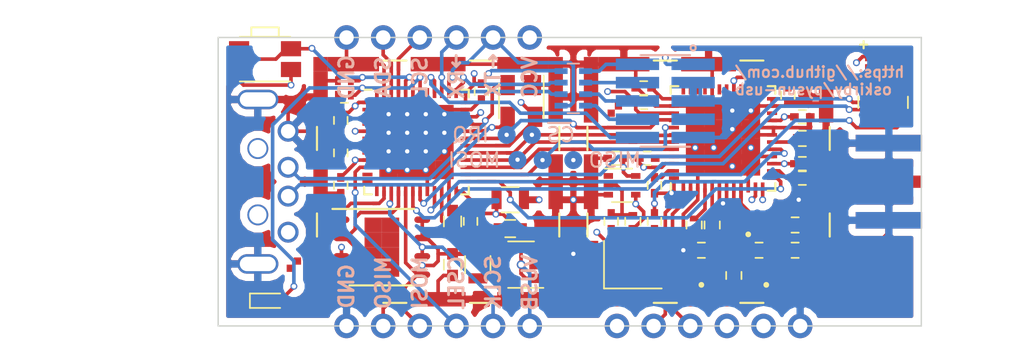
<source format=kicad_pcb>
(kicad_pcb (version 4) (host pcbnew 4.0.7-e2-6376~58~ubuntu16.04.1)
  (layers (0 F.Cu signal) (1 In1.Cu power) (2 In2.Cu power) (31 B.Cu signal) (34 B.Paste user) (35 F.Paste user) (36 B.SilkS user) (37 F.SilkS user) (38 B.Mask user) (39 F.Mask user) (44 Edge.Cuts user))
  (net 0 "")
  (net 1 GND)
  (net 2 "Net-(B9-Pad1)")
  (net 3 "Net-(B9-Pad6)")
  (net 4 /RF/RF09+)
  (net 5 /RF/RF09-)
  (net 6 "Net-(B24-Pad1)")
  (net 7 "Net-(B24-Pad6)")
  (net 8 "Net-(B24-Pad4)")
  (net 9 "Net-(B24-Pad3)")
  (net 10 VCC)
  (net 11 +5V)
  (net 12 "Net-(C11-Pad1)")
  (net 13 "Net-(C15-Pad2)")
  (net 14 "Net-(C19-Pad1)")
  (net 15 "Net-(C20-Pad1)")
  (net 16 "Net-(C21-Pad2)")
  (net 17 "Net-(C26-Pad2)")
  (net 18 "Net-(C27-Pad1)")
  (net 19 "Net-(C29-Pad1)")
  (net 20 "Net-(C29-Pad2)")
  (net 21 /RF/RF24-)
  (net 22 /RF/RF24+)
  (net 23 "Net-(D1-PadR)")
  (net 24 "Net-(D1-PadG)")
  (net 25 "Net-(D1-PadB)")
  (net 26 /CPU/USB+)
  (net 27 /CPU/USB-)
  (net 28 "Net-(IC1-Pad2)")
  (net 29 "Net-(IC1-Pad6)")
  (net 30 /CPU/~RF_NRST)
  (net 31 /CPU/~SPI_CS)
  (net 32 /CPU/SPI_CLK)
  (net 33 /CPU/SPI_MISO)
  (net 34 /CPU/SPI_MOSI)
  (net 35 /CPU/RF_CLK)
  (net 36 /CPU/RF_IRQ)
  (net 37 "Net-(IC1-Pad34)")
  (net 38 "Net-(IC1-Pad37)")
  (net 39 "Net-(IC1-Pad40)")
  (net 40 "Net-(IC1-Pad41)")
  (net 41 /CPU/SCL)
  (net 42 /CPU/SDA)
  (net 43 /RF/FEA24)
  (net 44 /RF/FEB24)
  (net 45 /RF/FEA09)
  (net 46 /RF/FEB09)
  (net 47 "Net-(IC2-Pad18)")
  (net 48 "Net-(IC2-Pad22)")
  (net 49 "Net-(IC2-Pad25)")
  (net 50 "Net-(IC2-Pad26)")
  (net 51 "Net-(IC2-Pad27)")
  (net 52 "Net-(IC2-Pad28)")
  (net 53 "Net-(IC2-Pad30)")
  (net 54 "Net-(IC2-Pad31)")
  (net 55 "Net-(IC2-Pad33)")
  (net 56 "Net-(IC2-Pad34)")
  (net 57 "Net-(IC2-Pad35)")
  (net 58 "Net-(IC2-Pad36)")
  (net 59 "Net-(IC3-Pad5)")
  (net 60 "Net-(J3-Pad7)")
  (net 61 "Net-(C9-Pad1)")
  (net 62 "Net-(IC1-Pad5)")
  (net 63 /CPU/SWITCH)
  (net 64 "Net-(C4-Pad2)")
  (net 65 /CPU/TXD_OUT)
  (net 66 /CPU/RXD_IN)
  (net 67 /CPU/FL_SCLK)
  (net 68 /CPU/FL_MISO)
  (net 69 /CPU/FL_MOSI)
  (net 70 /CPU/~FL_CSEL)
  (net 71 "Net-(J3-Pad2)")
  (net 72 "Net-(J3-Pad4)")
  (net 73 "Net-(J3-Pad6)")
  (net 74 "Net-(J3-Pad8)")
  (net 75 /CPU/STATUS)
  (net 76 /CPU/RED)
  (net 77 /CPU/GREEN)
  (net 78 /CPU/BLUE)
  (net 79 "Net-(IC1-Pad3)")
  (net 80 "Net-(IC1-Pad4)")
  (net 81 "Net-(IC1-Pad12)")
  (net 82 "Net-(IC1-Pad13)")
  (net 83 /CPU/~EXT_CSEL)
  (net 84 "Net-(IC1-Pad11)")
  (net 85 VDD)
  (net 86 "Net-(J8-Pad1)")
  (module "FSK Parts:Fiducial_1mm_checker_1.5mm_mask" (layer F.Cu) (at 176 95)
    (fp_text reference FID1)
    (fp_text value Fiducial_1mm_Dia_2.54mm_Outer_CopperTop hide)
    (pad 1 smd rect (at 0.25 -0.25) (size 0.5 0.5) (layers F.Cu))
    (pad 1 smd rect (at -0.25 0.25) (size 0.5 0.5) (layers F.Cu))
  )
  (module Capacitors_SMD:C_0603 (layer F.Cu) (at 168.75 103.25 180)
    (fp_text reference C7)
    (fp_text value 4.7u hide)
    (pad 2 smd rect (at 0.75 0 180) (size 0.8 0.75) (layers F.Cu F.Paste F.Mask) (net 1 GND))
    (pad 1 smd rect (at -0.75 0 180) (size 0.8 0.75) (layers F.Cu F.Paste F.Mask) (net 11 +5V))
  )
  (module Inductors_SMD:L_0805 (layer F.Cu) (at 166.5 105.75 90)
    (fp_text reference L1)
    (fp_text value 2.2u hide)
    (pad 1 smd rect (at -0.95 0 90) (size 0.7 1.3) (layers F.Cu F.Paste F.Mask) (net 59 "Net-(IC3-Pad5)"))
    (pad 2 smd rect (at 0.95 0 90) (size 0.7 1.3) (layers F.Cu F.Paste F.Mask) (net 10 VCC))
  )
  (module Shielding_Cabinets:Laird_Technologies_BMI-S-102_16.50x16.50mm (layer F.Cu) (at 163.75 100)
    (fp_text reference J5 hide)
    (fp_text value RF_Shield_One_Piece hide)
    (pad 1 smd rect (at -8.15 -8.15) (size 1 1) (layers F.Cu F.Mask) (net 1 GND))
    (pad 1 smd rect (at 8.15 -8.15) (size 1 1) (layers F.Cu F.Mask) (net 1 GND))
    (pad 1 smd rect (at 8.15 8.15) (size 1 1) (layers F.Cu F.Mask) (net 1 GND))
    (pad 1 smd rect (at -8.15 8.15) (size 1 1) (layers F.Cu F.Mask) (net 1 GND))
    (pad 1 smd rect (at -5.875 -8.15) (size 3.55 1) (layers F.Cu F.Mask) (net 1 GND))
    (pad 1 smd rect (at -5.875 8.15) (size 3.55 1) (layers F.Cu F.Mask) (net 1 GND))
    (pad 1 smd rect (at 0 -8.15) (size 3.8 1) (layers F.Cu F.Mask) (net 1 GND))
    (pad 1 smd rect (at 0 8.15) (size 3.8 1) (layers F.Cu F.Mask) (net 1 GND))
    (pad 1 smd rect (at 5.875 -8.15) (size 3.55 1) (layers F.Cu F.Mask) (net 1 GND))
    (pad 1 smd rect (at 5.875 8.15) (size 3.55 1) (layers F.Cu F.Mask) (net 1 GND))
    (pad 1 smd rect (at -8.15 -5.875) (size 1 3.55) (layers F.Cu F.Mask) (net 1 GND))
    (pad 1 smd rect (at 8.15 -5.875) (size 1 3.55) (layers F.Cu F.Mask) (net 1 GND))
    (pad 1 smd rect (at -8.15 0) (size 1 3.8) (layers F.Cu F.Mask) (net 1 GND))
    (pad 1 smd rect (at 8.15 0) (size 1 3.8) (layers F.Cu F.Mask) (net 1 GND))
    (pad 1 smd rect (at -8.15 5.875) (size 1 3.55) (layers F.Cu F.Mask) (net 1 GND))
    (pad 1 smd rect (at 8.15 5.875) (size 1 3.55) (layers F.Cu F.Mask) (net 1 GND))
  )
  (module Capacitors_SMD:C_0402 (layer F.Cu) (at 178.75 100.25 270)
    (fp_text reference C20)
    (fp_text value C hide)
    (pad 1 smd rect (at -0.55 0 270) (size 0.6 0.5) (layers F.Cu F.Paste F.Mask) (net 15 "Net-(C20-Pad1)"))
    (pad 2 smd rect (at 0.55 0 270) (size 0.6 0.5) (layers F.Cu F.Paste F.Mask) (net 1 GND))
  )
  (module "FSK Parts:ftsh-105-01-dv" (layer B.Cu) (at 179.5 94.4 180)
    (fp_text reference J3)
    (fp_text value CONN_02X05 hide)
    (pad 6 smd rect (at 1.93 0 270) (size 0.8 3) (layers B.Cu B.Paste B.Mask) (net 73 "Net-(J3-Pad6)"))
    (pad 8 smd rect (at 1.93 -1.27 270) (size 0.8 3) (layers B.Cu B.Paste B.Mask) (net 74 "Net-(J3-Pad8)"))
    (pad 10 smd rect (at 1.93 -2.54 270) (size 0.8 3) (layers B.Cu B.Paste B.Mask) (net 39 "Net-(IC1-Pad40)"))
    (pad 4 smd rect (at 1.93 1.27 270) (size 0.8 3) (layers B.Cu B.Paste B.Mask) (net 72 "Net-(J3-Pad4)"))
    (pad 2 smd rect (at 1.93 2.54 270) (size 0.8 3) (layers B.Cu B.Paste B.Mask) (net 71 "Net-(J3-Pad2)"))
    (pad 1 smd rect (at -1.93 2.54 270) (size 0.8 3) (layers B.Cu B.Paste B.Mask) (net 10 VCC))
    (pad 3 smd rect (at -1.93 1.27 270) (size 0.8 3) (layers B.Cu B.Paste B.Mask) (net 1 GND))
    (pad 5 smd rect (at -1.93 0 270) (size 0.8 3) (layers B.Cu B.Paste B.Mask) (net 1 GND))
    (pad 7 smd rect (at -1.93 -1.27 270) (size 0.8 3) (layers B.Cu B.Paste B.Mask) (net 60 "Net-(J3-Pad7)"))
    (pad 9 smd rect (at -1.93 -2.54 270) (size 0.8 3) (layers B.Cu B.Paste B.Mask) (net 1 GND))
  )
  (module Capacitors_SMD:C_0603 (layer F.Cu) (at 164.75 102.75 90)
    (fp_text reference C11 hide)
    (fp_text value 4.7u hide)
    (pad 2 smd rect (at 0.75 0 90) (size 0.8 0.75) (layers F.Cu F.Paste F.Mask) (net 1 GND))
    (pad 1 smd rect (at -0.75 0 90) (size 0.8 0.75) (layers F.Cu F.Paste F.Mask) (net 12 "Net-(C11-Pad1)"))
  )
  (module "FSK Parts:CUI-UP2-AH-TH" (layer F.Cu) (at 151.25 100 270)
    (fp_text reference J1)
    (fp_text value USB_A hide)
    (pad 2 thru_hole circle (at 1 -2.1 270) (size 1.45 1.45) (drill 1) (layers *.Cu *.Mask) (net 27 /CPU/USB-))
    (pad 3 thru_hole circle (at -1 -2.1 270) (size 1.45 1.45) (drill 1) (layers *.Cu *.Mask) (net 26 /CPU/USB+))
    (pad 1 thru_hole circle (at 3.5 -2.1 270) (size 1.45 1.45) (drill 1) (layers *.Cu *.Mask) (net 11 +5V))
    (pad 4 thru_hole circle (at -3.5 -2.1 270) (size 1.45 1.45) (drill 1) (layers *.Cu *.Mask) (net 1 GND))
    (pad "" np_thru_hole circle (at 2.3 0 270) (size 1.45 1.45) (drill 1.2) (layers *.Cu *.Mask))
    (pad "" np_thru_hole circle (at -2.3 0 270) (size 1.45 1.45) (drill 1.2) (layers *.Cu *.Mask))
    (pad 5 thru_hole oval (at -5.7 0 270) (size 1.35 2.85) (drill oval 1 2.5) (layers *.Cu *.Mask) (net 1 GND))
    (pad 5 thru_hole oval (at 5.7 0 270) (size 1.35 2.85) (drill oval 1 2.5) (layers *.Cu *.Mask) (net 1 GND))
  )
  (module TO_SOT_Packages_SMD:SOT-353_SC-70-5 (layer F.Cu) (at 176.5 100.25)
    (fp_text reference IC4 hide)
    (fp_text value NC7SZ04 hide)
    (pad 1 smd rect (at -0.95 -0.65) (size 0.65 0.4) (layers F.Cu F.Paste F.Mask))
    (pad 3 smd rect (at -0.95 0.65) (size 0.65 0.4) (layers F.Cu F.Paste F.Mask) (net 1 GND))
    (pad 2 smd rect (at -0.95 0) (size 0.65 0.4) (layers F.Cu F.Paste F.Mask) (net 61 "Net-(C9-Pad1)"))
    (pad 4 smd rect (at 0.95 0.65) (size 0.65 0.4) (layers F.Cu F.Paste F.Mask) (net 62 "Net-(IC1-Pad5)"))
    (pad 5 smd rect (at 0.95 -0.65) (size 0.65 0.4) (layers F.Cu F.Paste F.Mask) (net 10 VCC))
  )
  (module Housings_DFN_QFN:DFN-S-8-1EP_6x5mm_Pitch1.27mm (layer F.Cu) (at 159.85 104.5375)
    (fp_text reference IC6)
    (fp_text value W25Q32BVZPIP hide)
    (pad 1 smd oval (at -2.8 -1.905) (size 1.1 0.45) (layers F.Cu F.Paste F.Mask) (net 70 /CPU/~FL_CSEL))
    (pad 2 smd oval (at -2.8 -0.635) (size 1.1 0.45) (layers F.Cu F.Paste F.Mask) (net 68 /CPU/FL_MISO))
    (pad 3 smd oval (at -2.8 0.635) (size 1.1 0.45) (layers F.Cu F.Paste F.Mask) (net 10 VCC))
    (pad 4 smd oval (at -2.8 1.905) (size 1.1 0.45) (layers F.Cu F.Paste F.Mask) (net 1 GND))
    (pad 5 smd oval (at 2.8 1.905) (size 1.1 0.45) (layers F.Cu F.Paste F.Mask) (net 69 /CPU/FL_MOSI))
    (pad 6 smd oval (at 2.8 0.635) (size 1.1 0.45) (layers F.Cu F.Paste F.Mask) (net 67 /CPU/FL_SCLK))
    (pad 7 smd oval (at 2.8 -0.635) (size 1.1 0.45) (layers F.Cu F.Paste F.Mask) (net 10 VCC))
    (pad 8 smd oval (at 2.8 -1.905) (size 1.1 0.45) (layers F.Cu F.Paste F.Mask) (net 10 VCC))
    (pad 9 smd rect (at 0.6 1.5375) (size 1.2 1.025) (layers F.Cu F.Paste F.Mask))
    (pad 9 smd rect (at 0.6 0.512499) (size 1.2 1.025) (layers F.Cu F.Paste F.Mask))
    (pad 9 smd rect (at 0.6 -0.5125) (size 1.2 1.025) (layers F.Cu F.Paste F.Mask))
    (pad 9 smd rect (at 0.6 -1.5375) (size 1.2 1.025) (layers F.Cu F.Paste F.Mask))
    (pad 9 smd rect (at -0.6 1.5375) (size 1.2 1.025) (layers F.Cu F.Paste F.Mask))
    (pad 9 smd rect (at -0.6 0.512499) (size 1.2 1.025) (layers F.Cu F.Paste F.Mask))
    (pad 9 smd rect (at -0.6 -0.5125) (size 1.2 1.025) (layers F.Cu F.Paste F.Mask))
    (pad 9 smd rect (at -0.6 -1.5375) (size 1.2 1.025) (layers F.Cu F.Paste F.Mask))
  )
  (module Shielding_Cabinets:Laird_Technologies_BMI-S-102_16.50x16.50mm (layer F.Cu) (at 182.5 100)
    (fp_text reference J4 hide)
    (fp_text value RF_Shield_One_Piece hide)
    (pad 1 smd rect (at -8.15 -8.15) (size 1 1) (layers F.Cu F.Mask) (net 1 GND))
    (pad 1 smd rect (at 8.15 -8.15) (size 1 1) (layers F.Cu F.Mask) (net 1 GND))
    (pad 1 smd rect (at 8.15 8.15) (size 1 1) (layers F.Cu F.Mask) (net 1 GND))
    (pad 1 smd rect (at -8.15 8.15) (size 1 1) (layers F.Cu F.Mask) (net 1 GND))
    (pad 1 smd rect (at -5.875 -8.15) (size 3.55 1) (layers F.Cu F.Mask) (net 1 GND))
    (pad 1 smd rect (at -5.875 8.15) (size 3.55 1) (layers F.Cu F.Mask) (net 1 GND))
    (pad 1 smd rect (at 0 -8.15) (size 3.8 1) (layers F.Cu F.Mask) (net 1 GND))
    (pad 1 smd rect (at 0 8.15) (size 3.8 1) (layers F.Cu F.Mask) (net 1 GND))
    (pad 1 smd rect (at 5.875 -8.15) (size 3.55 1) (layers F.Cu F.Mask) (net 1 GND))
    (pad 1 smd rect (at 5.875 8.15) (size 3.55 1) (layers F.Cu F.Mask) (net 1 GND))
    (pad 1 smd rect (at -8.15 -5.875) (size 1 3.55) (layers F.Cu F.Mask) (net 1 GND))
    (pad 1 smd rect (at 8.15 -5.875) (size 1 3.55) (layers F.Cu F.Mask) (net 1 GND))
    (pad 1 smd rect (at -8.15 0) (size 1 3.8) (layers F.Cu F.Mask) (net 1 GND))
    (pad 1 smd rect (at 8.15 0) (size 1 3.8) (layers F.Cu F.Mask) (net 1 GND))
    (pad 1 smd rect (at -8.15 5.875) (size 1 3.55) (layers F.Cu F.Mask) (net 1 GND))
    (pad 1 smd rect (at 8.15 5.875) (size 1 3.55) (layers F.Cu F.Mask) (net 1 GND))
  )
  (module Crystals:Crystal_SMD_3225-4pin_3.2x2.5mm (layer F.Cu) (at 177.25 105.75)
    (fp_text reference X1)
    (fp_text value TXETBLSANF-26 hide)
    (pad 1 smd rect (at -1.1 0.85) (size 1.4 1.2) (layers F.Cu F.Paste F.Mask) (net 1 GND))
    (pad 2 smd rect (at 1.1 0.85) (size 1.4 1.2) (layers F.Cu F.Paste F.Mask) (net 1 GND))
    (pad 3 smd rect (at 1.1 -0.85) (size 1.4 1.2) (layers F.Cu F.Paste F.Mask) (net 13 "Net-(C15-Pad2)"))
    (pad 4 smd rect (at -1.1 -0.85) (size 1.4 1.2) (layers F.Cu F.Paste F.Mask) (net 10 VCC))
  )
  (module Resistors_SMD:R_0402 (layer F.Cu) (at 177.25 102.75 90)
    (fp_text reference R3)
    (fp_text value R3 hide)
    (pad 1 smd rect (at -0.45 0 90) (size 0.4 0.6) (layers F.Cu F.Paste F.Mask) (net 62 "Net-(IC1-Pad5)"))
    (pad 2 smd rect (at 0.45 0 90) (size 0.4 0.6) (layers F.Cu F.Paste F.Mask) (net 61 "Net-(C9-Pad1)"))
  )
  (module Capacitors_SMD:C_0402 (layer F.Cu) (at 175.75 102.75 270)
    (fp_text reference C9)
    (fp_text value 1n hide)
    (pad 1 smd rect (at -0.55 0 270) (size 0.6 0.5) (layers F.Cu F.Paste F.Mask) (net 61 "Net-(C9-Pad1)"))
    (pad 2 smd rect (at 0.55 0 270) (size 0.6 0.5) (layers F.Cu F.Paste F.Mask) (net 13 "Net-(C15-Pad2)"))
  )
  (module Capacitors_SMD:C_0402 (layer F.Cu) (at 178.75 102.75 270)
    (fp_text reference C15)
    (fp_text value 1n hide)
    (pad 1 smd rect (at -0.55 0 270) (size 0.6 0.5) (layers F.Cu F.Paste F.Mask) (net 35 /CPU/RF_CLK))
    (pad 2 smd rect (at 0.55 0 270) (size 0.6 0.5) (layers F.Cu F.Paste F.Mask) (net 13 "Net-(C15-Pad2)"))
  )
  (module Capacitors_SMD:C_0402 (layer F.Cu) (at 188 94 270)
    (fp_text reference C22)
    (fp_text value C)
    (pad 1 smd rect (at -0.55 0 270) (size 0.6 0.5) (layers F.Cu F.Paste F.Mask) (net 85 VDD))
    (pad 2 smd rect (at 0.55 0 270) (size 0.6 0.5) (layers F.Cu F.Paste F.Mask) (net 1 GND))
  )
  (module "FSK Parts:Balun_0805" (layer F.Cu) (at 185.25 103 180)
    (fp_text reference B9 hide)
    (fp_text value 0896BM15E0025 hide)
    (pad 5 smd rect (at 0.9 0 180) (size 1 0.35) (layers F.Cu F.Paste F.Mask) (net 1 GND))
    (pad 2 smd rect (at -0.9 0 180) (size 1 0.35) (layers F.Cu F.Paste F.Mask) (net 1 GND))
    (pad 1 smd rect (at -0.9 -0.65 180) (size 1 0.35) (layers F.Cu F.Paste F.Mask) (net 2 "Net-(B9-Pad1)"))
    (pad 6 smd rect (at 0.9 -0.65 180) (size 1 0.35) (layers F.Cu F.Paste F.Mask) (net 3 "Net-(B9-Pad6)"))
    (pad 4 smd rect (at 0.9 0.65 180) (size 1 0.35) (layers F.Cu F.Paste F.Mask) (net 4 /RF/RF09+))
    (pad 3 smd rect (at -0.9 0.65 180) (size 1 0.35) (layers F.Cu F.Paste F.Mask) (net 5 /RF/RF09-))
  )
  (module "FSK Parts:Balun_0805" (layer F.Cu) (at 182 106.5 180)
    (fp_text reference B24 hide)
    (fp_text value 2450FB15A050 hide)
    (pad 5 smd rect (at 0.9 0 180) (size 1 0.35) (layers F.Cu F.Paste F.Mask) (net 1 GND))
    (pad 2 smd rect (at -0.9 0 180) (size 1 0.35) (layers F.Cu F.Paste F.Mask) (net 1 GND))
    (pad 1 smd rect (at -0.9 -0.65 180) (size 1 0.35) (layers F.Cu F.Paste F.Mask) (net 6 "Net-(B24-Pad1)"))
    (pad 6 smd rect (at 0.9 -0.65 180) (size 1 0.35) (layers F.Cu F.Paste F.Mask) (net 7 "Net-(B24-Pad6)"))
    (pad 4 smd rect (at 0.9 0.65 180) (size 1 0.35) (layers F.Cu F.Paste F.Mask) (net 8 "Net-(B24-Pad4)"))
    (pad 3 smd rect (at -0.9 0.65 180) (size 1 0.35) (layers F.Cu F.Paste F.Mask) (net 9 "Net-(B24-Pad3)"))
  )
  (module Inductors_SMD:L_0402 (layer F.Cu) (at 184.25 106.5 90)
    (fp_text reference C26 hide)
    (fp_text value 0.8pF hide)
    (pad 1 smd rect (at -0.45 0 90) (size 0.4 0.6) (layers F.Cu F.Paste F.Mask) (net 6 "Net-(B24-Pad1)"))
    (pad 2 smd rect (at 0.45 0 90) (size 0.4 0.6) (layers F.Cu F.Paste F.Mask) (net 17 "Net-(C26-Pad2)"))
  )
  (module Inductors_SMD:L_0402 (layer F.Cu) (at 186 104.75 180)
    (fp_text reference C27 hide)
    (fp_text value 15pF hide)
    (pad 1 smd rect (at -0.45 0 180) (size 0.4 0.6) (layers F.Cu F.Paste F.Mask) (net 18 "Net-(C27-Pad1)"))
    (pad 2 smd rect (at 0.45 0 180) (size 0.4 0.6) (layers F.Cu F.Paste F.Mask) (net 2 "Net-(B9-Pad1)"))
  )
  (module Inductors_SMD:L_0402 (layer F.Cu) (at 188.5 104.75 180)
    (fp_text reference C29 hide)
    (fp_text value C hide)
    (pad 1 smd rect (at -0.45 0 180) (size 0.4 0.6) (layers F.Cu F.Paste F.Mask) (net 19 "Net-(C29-Pad1)"))
    (pad 2 smd rect (at 0.45 0 180) (size 0.4 0.6) (layers F.Cu F.Paste F.Mask) (net 20 "Net-(C29-Pad2)"))
  )
  (module Inductors_SMD:L_0402 (layer F.Cu) (at 182.75 103 270)
    (fp_text reference C31 hide)
    (fp_text value 1.8p hide)
    (pad 1 smd rect (at -0.45 0 270) (size 0.4 0.6) (layers F.Cu F.Paste F.Mask) (net 21 /RF/RF24-))
    (pad 2 smd rect (at 0.45 0 270) (size 0.4 0.6) (layers F.Cu F.Paste F.Mask) (net 9 "Net-(B24-Pad3)"))
  )
  (module Inductors_SMD:L_0402 (layer F.Cu) (at 181.5 103 90)
    (fp_text reference C32 hide)
    (fp_text value 1.8p hide)
    (pad 1 smd rect (at -0.45 0 90) (size 0.4 0.6) (layers F.Cu F.Paste F.Mask) (net 8 "Net-(B24-Pad4)"))
    (pad 2 smd rect (at 0.45 0 90) (size 0.4 0.6) (layers F.Cu F.Paste F.Mask) (net 22 /RF/RF24+))
  )
  (module "FSK Parts:LED_0606_RGB" (layer F.Cu) (at 194.5 91.75 270)
    (fp_text reference D1)
    (fp_text value LED_RGB_ANODE hide)
    (pad R smd rect (at -0.425 -0.725 270) (size 0.65 0.85) (layers F.Cu F.Paste F.Mask) (net 23 "Net-(D1-PadR)"))
    (pad G smd rect (at 0.425 -0.725 270) (size 0.65 0.85) (layers F.Cu F.Paste F.Mask) (net 24 "Net-(D1-PadG)"))
    (pad B smd rect (at 0.425 0.725 270) (size 0.65 0.85) (layers F.Cu F.Paste F.Mask) (net 25 "Net-(D1-PadB)"))
    (pad A smd rect (at -0.425 0.725 270) (size 0.65 0.85) (layers F.Cu F.Paste F.Mask) (net 10 VCC))
  )
  (module "FSK Parts:Balun_0805" (layer F.Cu) (at 186.5 106.5 180)
    (fp_text reference IC7 hide)
    (fp_text value DPX202700DT hide)
    (pad 5 smd rect (at 0.9 0 180) (size 1 0.35) (layers F.Cu F.Paste F.Mask) (net 1 GND))
    (pad 2 smd rect (at -0.9 0 180) (size 1 0.35) (layers F.Cu F.Paste F.Mask) (net 20 "Net-(C29-Pad2)"))
    (pad 1 smd rect (at -0.9 -0.65 180) (size 1 0.35) (layers F.Cu F.Paste F.Mask) (net 1 GND))
    (pad 6 smd rect (at 0.9 -0.65 180) (size 1 0.35) (layers F.Cu F.Paste F.Mask) (net 18 "Net-(C27-Pad1)"))
    (pad 4 smd rect (at 0.9 0.65 180) (size 1 0.35) (layers F.Cu F.Paste F.Mask) (net 17 "Net-(C26-Pad2)"))
    (pad 3 smd rect (at -0.9 0.65 180) (size 1 0.35) (layers F.Cu F.Paste F.Mask) (net 1 GND))
  )
  (module Inductors_SMD:L_0402 (layer F.Cu) (at 182 104.75 180)
    (fp_text reference L2 hide)
    (fp_text value 5.6n hide)
    (pad 1 smd rect (at -0.45 0 180) (size 0.4 0.6) (layers F.Cu F.Paste F.Mask) (net 9 "Net-(B24-Pad3)"))
    (pad 2 smd rect (at 0.45 0 180) (size 0.4 0.6) (layers F.Cu F.Paste F.Mask) (net 8 "Net-(B24-Pad4)"))
  )
  (module Resistors_SMD:R_Array_Concave_4x0603 (layer F.Cu) (at 194.6 94.5 90)
    (fp_text reference RN1)
    (fp_text value 330 hide)
    (pad 2 smd rect (at -0.85 -0.4 90) (size 0.9 0.4) (layers F.Cu F.Paste F.Mask) (net 78 /CPU/BLUE))
    (pad 3 smd rect (at -0.85 0.4 90) (size 0.9 0.4) (layers F.Cu F.Paste F.Mask) (net 77 /CPU/GREEN))
    (pad 1 smd rect (at -0.85 -1.2 90) (size 0.9 0.4) (layers F.Cu F.Paste F.Mask) (net 78 /CPU/BLUE))
    (pad 4 smd rect (at -0.85 1.2 90) (size 0.9 0.4) (layers F.Cu F.Paste F.Mask) (net 76 /CPU/RED))
    (pad 8 smd rect (at 0.85 -1.2 90) (size 0.9 0.4) (layers F.Cu F.Paste F.Mask) (net 25 "Net-(D1-PadB)"))
    (pad 7 smd rect (at 0.85 -0.4 90) (size 0.9 0.4) (layers F.Cu F.Paste F.Mask) (net 25 "Net-(D1-PadB)"))
    (pad 6 smd rect (at 0.85 0.4 90) (size 0.9 0.4) (layers F.Cu F.Paste F.Mask) (net 24 "Net-(D1-PadG)"))
    (pad 5 smd rect (at 0.85 1.2 90) (size 0.9 0.4) (layers F.Cu F.Paste F.Mask) (net 23 "Net-(D1-PadR)"))
  )
  (module Resistors_SMD:R_0402 (layer F.Cu) (at 188.5 103 180)
    (fp_text reference R17)
    (fp_text value 10k hide)
    (pad 1 smd rect (at -0.45 0 180) (size 0.4 0.6) (layers F.Cu F.Paste F.Mask) (net 19 "Net-(C29-Pad1)"))
    (pad 2 smd rect (at 0.45 0 180) (size 0.4 0.6) (layers F.Cu F.Paste F.Mask) (net 1 GND))
  )
  (module Capacitors_SMD:C_0402 (layer F.Cu) (at 189 99.75)
    (fp_text reference C19)
    (fp_text value C hide)
    (pad 1 smd rect (at -0.55 0) (size 0.6 0.5) (layers F.Cu F.Paste F.Mask) (net 14 "Net-(C19-Pad1)"))
    (pad 2 smd rect (at 0.55 0) (size 0.6 0.5) (layers F.Cu F.Paste F.Mask) (net 1 GND))
  )
  (module Capacitors_SMD:C_0402 (layer F.Cu) (at 166 102.75 270)
    (fp_text reference C10)
    (fp_text value 100n hide)
    (pad 1 smd rect (at -0.55 0 270) (size 0.6 0.5) (layers F.Cu F.Paste F.Mask) (net 10 VCC))
    (pad 2 smd rect (at 0.55 0 270) (size 0.6 0.5) (layers F.Cu F.Paste F.Mask) (net 1 GND))
  )
  (module Capacitors_SMD:C_0402 (layer F.Cu) (at 176.05 98.375)
    (fp_text reference C17)
    (fp_text value C hide)
    (pad 1 smd rect (at -0.55 0) (size 0.6 0.5) (layers F.Cu F.Paste F.Mask) (net 1 GND))
    (pad 2 smd rect (at 0.55 0) (size 0.6 0.5) (layers F.Cu F.Paste F.Mask) (net 10 VCC))
  )
  (module Capacitors_SMD:C_0402 (layer F.Cu) (at 178 93.5)
    (fp_text reference C21)
    (fp_text value C hide)
    (pad 1 smd rect (at -0.55 0) (size 0.6 0.5) (layers F.Cu F.Paste F.Mask) (net 1 GND))
    (pad 2 smd rect (at 0.55 0) (size 0.6 0.5) (layers F.Cu F.Paste F.Mask) (net 16 "Net-(C21-Pad2)"))
  )
  (module Capacitors_SMD:C_0402 (layer F.Cu) (at 178 94.5)
    (fp_text reference C23)
    (fp_text value C hide)
    (pad 1 smd rect (at -0.55 0) (size 0.6 0.5) (layers F.Cu F.Paste F.Mask) (net 85 VDD))
    (pad 2 smd rect (at 0.55 0) (size 0.6 0.5) (layers F.Cu F.Paste F.Mask) (net 1 GND))
  )
  (module Resistors_SMD:R_0402 (layer F.Cu) (at 189 97)
    (fp_text reference R4)
    (fp_text value R hide)
    (pad 1 smd rect (at -0.45 0) (size 0.4 0.6) (layers F.Cu F.Paste F.Mask) (net 47 "Net-(IC2-Pad18)"))
    (pad 2 smd rect (at 0.45 0) (size 0.4 0.6) (layers F.Cu F.Paste F.Mask) (net 1 GND))
  )
  (module Housings_DFN_QFN:QFN-48-1EP_7x7mm_Pitch0.5mm (layer F.Cu) (at 183.5 97 90)
    (fp_text reference IC2)
    (fp_text value AT86RF215 hide)
    (pad 1 smd rect (at -3.4 -2.75 90) (size 0.7 0.25) (layers F.Cu F.Paste F.Mask) (net 43 /RF/FEA24))
    (pad 2 smd rect (at -3.4 -2.25 90) (size 0.7 0.25) (layers F.Cu F.Paste F.Mask) (net 44 /RF/FEB24))
    (pad 3 smd rect (at -3.4 -1.75 90) (size 0.7 0.25) (layers F.Cu F.Paste F.Mask) (net 1 GND))
    (pad 4 smd rect (at -3.4 -1.25 90) (size 0.7 0.25) (layers F.Cu F.Paste F.Mask) (net 22 /RF/RF24+))
    (pad 5 smd rect (at -3.4 -0.75 90) (size 0.7 0.25) (layers F.Cu F.Paste F.Mask) (net 21 /RF/RF24-))
    (pad 6 smd rect (at -3.4 -0.25 90) (size 0.7 0.25) (layers F.Cu F.Paste F.Mask) (net 1 GND))
    (pad 7 smd rect (at -3.4 0.25 90) (size 0.7 0.25) (layers F.Cu F.Paste F.Mask) (net 1 GND))
    (pad 8 smd rect (at -3.4 0.75 90) (size 0.7 0.25) (layers F.Cu F.Paste F.Mask) (net 4 /RF/RF09+))
    (pad 9 smd rect (at -3.4 1.25 90) (size 0.7 0.25) (layers F.Cu F.Paste F.Mask) (net 5 /RF/RF09-))
    (pad 10 smd rect (at -3.4 1.75 90) (size 0.7 0.25) (layers F.Cu F.Paste F.Mask) (net 1 GND))
    (pad 11 smd rect (at -3.4 2.25 90) (size 0.7 0.25) (layers F.Cu F.Paste F.Mask) (net 45 /RF/FEA09))
    (pad 12 smd rect (at -3.4 2.75 90) (size 0.7 0.25) (layers F.Cu F.Paste F.Mask) (net 46 /RF/FEB09))
    (pad 13 smd rect (at -2.75 3.4 180) (size 0.7 0.25) (layers F.Cu F.Paste F.Mask) (net 30 /CPU/~RF_NRST))
    (pad 14 smd rect (at -2.25 3.4 180) (size 0.7 0.25) (layers F.Cu F.Paste F.Mask) (net 14 "Net-(C19-Pad1)"))
    (pad 15 smd rect (at -1.75 3.4 180) (size 0.7 0.25) (layers F.Cu F.Paste F.Mask) (net 85 VDD))
    (pad 16 smd rect (at -1.25 3.4 180) (size 0.7 0.25) (layers F.Cu F.Paste F.Mask) (net 1 GND))
    (pad 17 smd rect (at -0.75 3.4 180) (size 0.7 0.25) (layers F.Cu F.Paste F.Mask) (net 35 /CPU/RF_CLK))
    (pad 18 smd rect (at -0.25 3.4 180) (size 0.7 0.25) (layers F.Cu F.Paste F.Mask) (net 47 "Net-(IC2-Pad18)"))
    (pad 19 smd rect (at 0.25 3.4 180) (size 0.7 0.25) (layers F.Cu F.Paste F.Mask) (net 1 GND))
    (pad 20 smd rect (at 0.75 3.4 180) (size 0.7 0.25) (layers F.Cu F.Paste F.Mask) (net 1 GND))
    (pad 21 smd rect (at 1.25 3.4 180) (size 0.7 0.25) (layers F.Cu F.Paste F.Mask) (net 85 VDD))
    (pad 22 smd rect (at 1.75 3.4 180) (size 0.7 0.25) (layers F.Cu F.Paste F.Mask) (net 48 "Net-(IC2-Pad22)"))
    (pad 23 smd rect (at 2.25 3.4 180) (size 0.7 0.25) (layers F.Cu F.Paste F.Mask) (net 1 GND))
    (pad 24 smd rect (at 2.75 3.4 180) (size 0.7 0.25) (layers F.Cu F.Paste F.Mask) (net 1 GND))
    (pad 25 smd rect (at 3.4 2.75 90) (size 0.7 0.25) (layers F.Cu F.Paste F.Mask) (net 49 "Net-(IC2-Pad25)"))
    (pad 26 smd rect (at 3.4 2.25 90) (size 0.7 0.25) (layers F.Cu F.Paste F.Mask) (net 50 "Net-(IC2-Pad26)"))
    (pad 27 smd rect (at 3.4 1.75 90) (size 0.7 0.25) (layers F.Cu F.Paste F.Mask) (net 51 "Net-(IC2-Pad27)"))
    (pad 28 smd rect (at 3.4 1.25 90) (size 0.7 0.25) (layers F.Cu F.Paste F.Mask) (net 52 "Net-(IC2-Pad28)"))
    (pad 29 smd rect (at 3.4 0.75 90) (size 0.7 0.25) (layers F.Cu F.Paste F.Mask) (net 85 VDD))
    (pad 30 smd rect (at 3.4 0.25 90) (size 0.7 0.25) (layers F.Cu F.Paste F.Mask) (net 53 "Net-(IC2-Pad30)"))
    (pad 31 smd rect (at 3.4 -0.25 90) (size 0.7 0.25) (layers F.Cu F.Paste F.Mask) (net 54 "Net-(IC2-Pad31)"))
    (pad 32 smd rect (at 3.4 -0.75 90) (size 0.7 0.25) (layers F.Cu F.Paste F.Mask) (net 1 GND))
    (pad 33 smd rect (at 3.4 -1.25 90) (size 0.7 0.25) (layers F.Cu F.Paste F.Mask) (net 55 "Net-(IC2-Pad33)"))
    (pad 34 smd rect (at 3.4 -1.75 90) (size 0.7 0.25) (layers F.Cu F.Paste F.Mask) (net 56 "Net-(IC2-Pad34)"))
    (pad 35 smd rect (at 3.4 -2.25 90) (size 0.7 0.25) (layers F.Cu F.Paste F.Mask) (net 57 "Net-(IC2-Pad35)"))
    (pad 36 smd rect (at 3.4 -2.75 90) (size 0.7 0.25) (layers F.Cu F.Paste F.Mask) (net 58 "Net-(IC2-Pad36)"))
    (pad 37 smd rect (at 2.75 -3.4 180) (size 0.7 0.25) (layers F.Cu F.Paste F.Mask) (net 16 "Net-(C21-Pad2)"))
    (pad 38 smd rect (at 2.25 -3.4 180) (size 0.7 0.25) (layers F.Cu F.Paste F.Mask) (net 1 GND))
    (pad 39 smd rect (at 1.75 -3.4 180) (size 0.7 0.25) (layers F.Cu F.Paste F.Mask) (net 85 VDD))
    (pad 40 smd rect (at 1.25 -3.4 180) (size 0.7 0.25) (layers F.Cu F.Paste F.Mask) (net 36 /CPU/RF_IRQ))
    (pad 41 smd rect (at 0.75 -3.4 180) (size 0.7 0.25) (layers F.Cu F.Paste F.Mask) (net 32 /CPU/SPI_CLK))
    (pad 42 smd rect (at 0.25 -3.4 180) (size 0.7 0.25) (layers F.Cu F.Paste F.Mask) (net 31 /CPU/~SPI_CS))
    (pad 43 smd rect (at -0.25 -3.4 180) (size 0.7 0.25) (layers F.Cu F.Paste F.Mask) (net 34 /CPU/SPI_MOSI))
    (pad 44 smd rect (at -0.75 -3.4 180) (size 0.7 0.25) (layers F.Cu F.Paste F.Mask) (net 33 /CPU/SPI_MISO))
    (pad 45 smd rect (at -1.25 -3.4 180) (size 0.7 0.25) (layers F.Cu F.Paste F.Mask) (net 1 GND))
    (pad 46 smd rect (at -1.75 -3.4 180) (size 0.7 0.25) (layers F.Cu F.Paste F.Mask) (net 85 VDD))
    (pad 47 smd rect (at -2.25 -3.4 180) (size 0.7 0.25) (layers F.Cu F.Paste F.Mask) (net 15 "Net-(C20-Pad1)"))
    (pad 48 smd rect (at -2.75 -3.4 180) (size 0.7 0.25) (layers F.Cu F.Paste F.Mask) (net 1 GND))
    (pad 49 smd rect (at 1.93125 1.93125 90) (size 1.2875 1.2875) (layers F.Cu F.Paste F.Mask) (net 1 GND))
    (pad 49 smd rect (at 1.93125 0.64375 90) (size 1.2875 1.2875) (layers F.Cu F.Paste F.Mask) (net 1 GND))
    (pad 49 smd rect (at 1.93125 -0.64375 90) (size 1.2875 1.2875) (layers F.Cu F.Paste F.Mask) (net 1 GND))
    (pad 49 smd rect (at 1.93125 -1.93125 90) (size 1.2875 1.2875) (layers F.Cu F.Paste F.Mask) (net 1 GND))
    (pad 49 smd rect (at 0.64375 1.93125 90) (size 1.2875 1.2875) (layers F.Cu F.Paste F.Mask) (net 1 GND))
    (pad 49 smd rect (at 0.64375 0.64375 90) (size 1.2875 1.2875) (layers F.Cu F.Paste F.Mask) (net 1 GND))
    (pad 49 smd rect (at 0.64375 -0.64375 90) (size 1.2875 1.2875) (layers F.Cu F.Paste F.Mask) (net 1 GND))
    (pad 49 smd rect (at 0.64375 -1.93125 90) (size 1.2875 1.2875) (layers F.Cu F.Paste F.Mask) (net 1 GND))
    (pad 49 smd rect (at -0.64375 1.93125 90) (size 1.2875 1.2875) (layers F.Cu F.Paste F.Mask) (net 1 GND))
    (pad 49 smd rect (at -0.64375 0.64375 90) (size 1.2875 1.2875) (layers F.Cu F.Paste F.Mask) (net 1 GND))
    (pad 49 smd rect (at -0.64375 -0.64375 90) (size 1.2875 1.2875) (layers F.Cu F.Paste F.Mask) (net 1 GND))
    (pad 49 smd rect (at -0.64375 -1.93125 90) (size 1.2875 1.2875) (layers F.Cu F.Paste F.Mask) (net 1 GND))
    (pad 49 smd rect (at -1.93125 1.93125 90) (size 1.2875 1.2875) (layers F.Cu F.Paste F.Mask) (net 1 GND))
    (pad 49 smd rect (at -1.93125 0.64375 90) (size 1.2875 1.2875) (layers F.Cu F.Paste F.Mask) (net 1 GND))
    (pad 49 smd rect (at -1.93125 -0.64375 90) (size 1.2875 1.2875) (layers F.Cu F.Paste F.Mask) (net 1 GND))
    (pad 49 smd rect (at -1.93125 -1.93125 90) (size 1.2875 1.2875) (layers F.Cu F.Paste F.Mask) (net 1 GND))
  )
  (module Housings_DFN_QFN:QFN-48-1EP_7x7mm_Pitch0.5mm (layer F.Cu) (at 162.25 97.25)
    (fp_text reference IC1)
    (fp_text value STM32F4xx-QFN48 hide)
    (pad 1 smd rect (at -3.4 -2.75) (size 0.7 0.25) (layers F.Cu F.Paste F.Mask) (net 10 VCC))
    (pad 2 smd rect (at -3.4 -2.25) (size 0.7 0.25) (layers F.Cu F.Paste F.Mask) (net 28 "Net-(IC1-Pad2)"))
    (pad 3 smd rect (at -3.4 -1.75) (size 0.7 0.25) (layers F.Cu F.Paste F.Mask) (net 79 "Net-(IC1-Pad3)"))
    (pad 4 smd rect (at -3.4 -1.25) (size 0.7 0.25) (layers F.Cu F.Paste F.Mask) (net 80 "Net-(IC1-Pad4)"))
    (pad 5 smd rect (at -3.4 -0.75) (size 0.7 0.25) (layers F.Cu F.Paste F.Mask) (net 62 "Net-(IC1-Pad5)"))
    (pad 6 smd rect (at -3.4 -0.25) (size 0.7 0.25) (layers F.Cu F.Paste F.Mask) (net 29 "Net-(IC1-Pad6)"))
    (pad 7 smd rect (at -3.4 0.25) (size 0.7 0.25) (layers F.Cu F.Paste F.Mask) (net 64 "Net-(C4-Pad2)"))
    (pad 8 smd rect (at -3.4 0.75) (size 0.7 0.25) (layers F.Cu F.Paste F.Mask) (net 1 GND))
    (pad 9 smd rect (at -3.4 1.25) (size 0.7 0.25) (layers F.Cu F.Paste F.Mask) (net 10 VCC))
    (pad 10 smd rect (at -3.4 1.75) (size 0.7 0.25) (layers F.Cu F.Paste F.Mask) (net 83 /CPU/~EXT_CSEL))
    (pad 11 smd rect (at -3.4 2.25) (size 0.7 0.25) (layers F.Cu F.Paste F.Mask) (net 84 "Net-(IC1-Pad11)"))
    (pad 12 smd rect (at -3.4 2.75) (size 0.7 0.25) (layers F.Cu F.Paste F.Mask) (net 81 "Net-(IC1-Pad12)"))
    (pad 13 smd rect (at -2.75 3.4 90) (size 0.7 0.25) (layers F.Cu F.Paste F.Mask) (net 82 "Net-(IC1-Pad13)"))
    (pad 14 smd rect (at -2.25 3.4 90) (size 0.7 0.25) (layers F.Cu F.Paste F.Mask) (net 70 /CPU/~FL_CSEL))
    (pad 15 smd rect (at -1.75 3.4 90) (size 0.7 0.25) (layers F.Cu F.Paste F.Mask) (net 67 /CPU/FL_SCLK))
    (pad 16 smd rect (at -1.25 3.4 90) (size 0.7 0.25) (layers F.Cu F.Paste F.Mask) (net 68 /CPU/FL_MISO))
    (pad 17 smd rect (at -0.75 3.4 90) (size 0.7 0.25) (layers F.Cu F.Paste F.Mask) (net 69 /CPU/FL_MOSI))
    (pad 18 smd rect (at -0.25 3.4 90) (size 0.7 0.25) (layers F.Cu F.Paste F.Mask) (net 76 /CPU/RED))
    (pad 19 smd rect (at 0.25 3.4 90) (size 0.7 0.25) (layers F.Cu F.Paste F.Mask) (net 77 /CPU/GREEN))
    (pad 20 smd rect (at 0.75 3.4 90) (size 0.7 0.25) (layers F.Cu F.Paste F.Mask) (net 1 GND))
    (pad 21 smd rect (at 1.25 3.4 90) (size 0.7 0.25) (layers F.Cu F.Paste F.Mask) (net 78 /CPU/BLUE))
    (pad 22 smd rect (at 1.75 3.4 90) (size 0.7 0.25) (layers F.Cu F.Paste F.Mask) (net 12 "Net-(C11-Pad1)"))
    (pad 23 smd rect (at 2.25 3.4 90) (size 0.7 0.25) (layers F.Cu F.Paste F.Mask) (net 1 GND))
    (pad 24 smd rect (at 2.75 3.4 90) (size 0.7 0.25) (layers F.Cu F.Paste F.Mask) (net 10 VCC))
    (pad 25 smd rect (at 3.4 2.75) (size 0.7 0.25) (layers F.Cu F.Paste F.Mask) (net 30 /CPU/~RF_NRST))
    (pad 26 smd rect (at 3.4 2.25) (size 0.7 0.25) (layers F.Cu F.Paste F.Mask) (net 32 /CPU/SPI_CLK))
    (pad 27 smd rect (at 3.4 1.75) (size 0.7 0.25) (layers F.Cu F.Paste F.Mask) (net 33 /CPU/SPI_MISO))
    (pad 28 smd rect (at 3.4 1.25) (size 0.7 0.25) (layers F.Cu F.Paste F.Mask) (net 34 /CPU/SPI_MOSI))
    (pad 29 smd rect (at 3.4 0.75) (size 0.7 0.25) (layers F.Cu F.Paste F.Mask) (net 31 /CPU/~SPI_CS))
    (pad 30 smd rect (at 3.4 0.25) (size 0.7 0.25) (layers F.Cu F.Paste F.Mask) (net 11 +5V))
    (pad 31 smd rect (at 3.4 -0.25) (size 0.7 0.25) (layers F.Cu F.Paste F.Mask) (net 36 /CPU/RF_IRQ))
    (pad 32 smd rect (at 3.4 -0.75) (size 0.7 0.25) (layers F.Cu F.Paste F.Mask) (net 27 /CPU/USB-))
    (pad 33 smd rect (at 3.4 -1.25) (size 0.7 0.25) (layers F.Cu F.Paste F.Mask) (net 26 /CPU/USB+))
    (pad 34 smd rect (at 3.4 -1.75) (size 0.7 0.25) (layers F.Cu F.Paste F.Mask) (net 37 "Net-(IC1-Pad34)"))
    (pad 35 smd rect (at 3.4 -2.25) (size 0.7 0.25) (layers F.Cu F.Paste F.Mask) (net 1 GND))
    (pad 36 smd rect (at 3.4 -2.75) (size 0.7 0.25) (layers F.Cu F.Paste F.Mask) (net 10 VCC))
    (pad 37 smd rect (at 2.75 -3.4 90) (size 0.7 0.25) (layers F.Cu F.Paste F.Mask) (net 38 "Net-(IC1-Pad37)"))
    (pad 38 smd rect (at 2.25 -3.4 90) (size 0.7 0.25) (layers F.Cu F.Paste F.Mask) (net 65 /CPU/TXD_OUT))
    (pad 39 smd rect (at 1.75 -3.4 90) (size 0.7 0.25) (layers F.Cu F.Paste F.Mask) (net 66 /CPU/RXD_IN))
    (pad 40 smd rect (at 1.25 -3.4 90) (size 0.7 0.25) (layers F.Cu F.Paste F.Mask) (net 39 "Net-(IC1-Pad40)"))
    (pad 41 smd rect (at 0.75 -3.4 90) (size 0.7 0.25) (layers F.Cu F.Paste F.Mask) (net 40 "Net-(IC1-Pad41)"))
    (pad 42 smd rect (at 0.25 -3.4 90) (size 0.7 0.25) (layers F.Cu F.Paste F.Mask) (net 75 /CPU/STATUS))
    (pad 43 smd rect (at -0.25 -3.4 90) (size 0.7 0.25) (layers F.Cu F.Paste F.Mask) (net 63 /CPU/SWITCH))
    (pad 44 smd rect (at -0.75 -3.4 90) (size 0.7 0.25) (layers F.Cu F.Paste F.Mask) (net 63 /CPU/SWITCH))
    (pad 45 smd rect (at -1.25 -3.4 90) (size 0.7 0.25) (layers F.Cu F.Paste F.Mask) (net 41 /CPU/SCL))
    (pad 46 smd rect (at -1.75 -3.4 90) (size 0.7 0.25) (layers F.Cu F.Paste F.Mask) (net 42 /CPU/SDA))
    (pad 47 smd rect (at -2.25 -3.4 90) (size 0.7 0.25) (layers F.Cu F.Paste F.Mask) (net 1 GND))
    (pad 48 smd rect (at -2.75 -3.4 90) (size 0.7 0.25) (layers F.Cu F.Paste F.Mask) (net 10 VCC))
    (pad 49 smd rect (at 1.93125 1.93125) (size 1.2875 1.2875) (layers F.Cu F.Paste F.Mask) (net 1 GND))
    (pad 49 smd rect (at 1.93125 0.64375) (size 1.2875 1.2875) (layers F.Cu F.Paste F.Mask) (net 1 GND))
    (pad 49 smd rect (at 1.93125 -0.64375) (size 1.2875 1.2875) (layers F.Cu F.Paste F.Mask) (net 1 GND))
    (pad 49 smd rect (at 1.93125 -1.93125) (size 1.2875 1.2875) (layers F.Cu F.Paste F.Mask) (net 1 GND))
    (pad 49 smd rect (at 0.64375 1.93125) (size 1.2875 1.2875) (layers F.Cu F.Paste F.Mask) (net 1 GND))
    (pad 49 smd rect (at 0.64375 0.64375) (size 1.2875 1.2875) (layers F.Cu F.Paste F.Mask) (net 1 GND))
    (pad 49 smd rect (at 0.64375 -0.64375) (size 1.2875 1.2875) (layers F.Cu F.Paste F.Mask) (net 1 GND))
    (pad 49 smd rect (at 0.64375 -1.93125) (size 1.2875 1.2875) (layers F.Cu F.Paste F.Mask) (net 1 GND))
    (pad 49 smd rect (at -0.64375 1.93125) (size 1.2875 1.2875) (layers F.Cu F.Paste F.Mask) (net 1 GND))
    (pad 49 smd rect (at -0.64375 0.64375) (size 1.2875 1.2875) (layers F.Cu F.Paste F.Mask) (net 1 GND))
    (pad 49 smd rect (at -0.64375 -0.64375) (size 1.2875 1.2875) (layers F.Cu F.Paste F.Mask) (net 1 GND))
    (pad 49 smd rect (at -0.64375 -1.93125) (size 1.2875 1.2875) (layers F.Cu F.Paste F.Mask) (net 1 GND))
    (pad 49 smd rect (at -1.93125 1.93125) (size 1.2875 1.2875) (layers F.Cu F.Paste F.Mask) (net 1 GND))
    (pad 49 smd rect (at -1.93125 0.64375) (size 1.2875 1.2875) (layers F.Cu F.Paste F.Mask) (net 1 GND))
    (pad 49 smd rect (at -1.93125 -0.64375) (size 1.2875 1.2875) (layers F.Cu F.Paste F.Mask) (net 1 GND))
    (pad 49 smd rect (at -1.93125 -1.93125) (size 1.2875 1.2875) (layers F.Cu F.Paste F.Mask) (net 1 GND))
  )
  (module Capacitors_SMD:C_0603 (layer F.Cu) (at 164.75 105.75 270)
    (fp_text reference C3)
    (fp_text value 4.7u hide)
    (pad 2 smd rect (at 0.75 0 270) (size 0.8 0.75) (layers F.Cu F.Paste F.Mask) (net 1 GND))
    (pad 1 smd rect (at -0.75 0 270) (size 0.8 0.75) (layers F.Cu F.Paste F.Mask) (net 10 VCC))
  )
  (module Resistors_SMD:R_Array_Concave_4x0603 (layer B.Cu) (at 173.125 93.53)
    (fp_text reference RN3)
    (fp_text value 22 hide)
    (pad 2 smd rect (at -0.85 0.4) (size 0.9 0.4) (layers B.Cu B.Paste B.Mask) (net 66 /CPU/RXD_IN))
    (pad 3 smd rect (at -0.85 -0.4) (size 0.9 0.4) (layers B.Cu B.Paste B.Mask) (net 38 "Net-(IC1-Pad37)"))
    (pad 1 smd rect (at -0.85 1.2) (size 0.9 0.4) (layers B.Cu B.Paste B.Mask) (net 65 /CPU/TXD_OUT))
    (pad 4 smd rect (at -0.85 -1.2) (size 0.9 0.4) (layers B.Cu B.Paste B.Mask) (net 37 "Net-(IC1-Pad34)"))
    (pad 8 smd rect (at 0.85 1.2) (size 0.9 0.4) (layers B.Cu B.Paste B.Mask) (net 74 "Net-(J3-Pad8)"))
    (pad 7 smd rect (at 0.85 0.4) (size 0.9 0.4) (layers B.Cu B.Paste B.Mask) (net 73 "Net-(J3-Pad6)"))
    (pad 6 smd rect (at 0.85 -0.4) (size 0.9 0.4) (layers B.Cu B.Paste B.Mask) (net 72 "Net-(J3-Pad4)"))
    (pad 5 smd rect (at 0.85 -1.2) (size 0.9 0.4) (layers B.Cu B.Paste B.Mask) (net 71 "Net-(J3-Pad2)"))
  )
  (module Capacitors_SMD:C_0402 (layer F.Cu) (at 157 98 90)
    (fp_text reference C4)
    (fp_text value C hide)
    (pad 1 smd rect (at -0.55 0 90) (size 0.6 0.5) (layers F.Cu F.Paste F.Mask) (net 1 GND))
    (pad 2 smd rect (at 0.55 0 90) (size 0.6 0.5) (layers F.Cu F.Paste F.Mask) (net 64 "Net-(C4-Pad2)"))
  )
  (module TO_SOT_Packages_SMD:SOT-23-5 (layer F.Cu) (at 169.5 105.75 180)
    (fp_text reference IC3)
    (fp_text value LM3671 hide)
    (pad 1 smd rect (at -1.1 -0.95 180) (size 1.06 0.65) (layers F.Cu F.Paste F.Mask) (net 11 +5V))
    (pad 2 smd rect (at -1.1 0 180) (size 1.06 0.65) (layers F.Cu F.Paste F.Mask) (net 1 GND))
    (pad 3 smd rect (at -1.1 0.95 180) (size 1.06 0.65) (layers F.Cu F.Paste F.Mask) (net 11 +5V))
    (pad 4 smd rect (at 1.1 0.95 180) (size 1.06 0.65) (layers F.Cu F.Paste F.Mask) (net 10 VCC))
    (pad 5 smd rect (at 1.1 -0.95 180) (size 1.06 0.65) (layers F.Cu F.Paste F.Mask) (net 59 "Net-(IC3-Pad5)"))
  )
  (module TO_SOT_Packages_SMD:SOT-143 (layer F.Cu) (at 169.52 94.4 270)
    (fp_text reference D2)
    (fp_text value PRTR5V0U2X hide)
    (pad 1 smd rect (at -1.1 -0.77 180) (size 1.2 1.4) (layers F.Cu F.Paste F.Mask) (net 1 GND))
    (pad 2 smd rect (at -1.1 0.95 180) (size 1 1.4) (layers F.Cu F.Paste F.Mask) (net 26 /CPU/USB+))
    (pad 3 smd rect (at 1.1 0.95 180) (size 1 1.4) (layers F.Cu F.Paste F.Mask) (net 27 /CPU/USB-))
    (pad 4 smd rect (at 1.1 -0.95 180) (size 1 1.4) (layers F.Cu F.Paste F.Mask) (net 11 +5V))
  )
  (module Capacitors_SMD:C_0402 (layer F.Cu) (at 166.75 93.75 270)
    (fp_text reference C5)
    (fp_text value 100n hide)
    (pad 1 smd rect (at -0.55 0 270) (size 0.6 0.5) (layers F.Cu F.Paste F.Mask) (net 10 VCC))
    (pad 2 smd rect (at 0.55 0 270) (size 0.6 0.5) (layers F.Cu F.Paste F.Mask) (net 1 GND))
  )
  (module Capacitors_SMD:C_0402 (layer F.Cu) (at 157 100.25 270)
    (fp_text reference C6)
    (fp_text value 100n hide)
    (pad 1 smd rect (at -0.55 0 270) (size 0.6 0.5) (layers F.Cu F.Paste F.Mask) (net 10 VCC))
    (pad 2 smd rect (at 0.55 0 270) (size 0.6 0.5) (layers F.Cu F.Paste F.Mask) (net 1 GND))
  )
  (module LEDs:LED_0603 (layer F.Cu) (at 152 108.25)
    (fp_text reference D3)
    (fp_text value LED hide)
    (pad 2 smd rect (at 0.8 0 180) (size 0.8 0.8) (layers F.Cu F.Paste F.Mask) (net 75 /CPU/STATUS))
    (pad 1 smd rect (at -0.8 0 180) (size 0.8 0.8) (layers F.Cu F.Paste F.Mask) (net 1 GND))
  )
  (module Capacitors_SMD:C_0402 (layer F.Cu) (at 157 95.75 270)
    (fp_text reference C8)
    (fp_text value 100n hide)
    (pad 1 smd rect (at -0.55 0 270) (size 0.6 0.5) (layers F.Cu F.Paste F.Mask) (net 10 VCC))
    (pad 2 smd rect (at 0.55 0 270) (size 0.6 0.5) (layers F.Cu F.Paste F.Mask) (net 1 GND))
  )
  (module Resistors_SMD:R_0402 (layer F.Cu) (at 157.25 93 180)
    (fp_text reference R1)
    (fp_text value 10k hide)
    (pad 1 smd rect (at -0.45 0 180) (size 0.4 0.6) (layers F.Cu F.Paste F.Mask) (net 63 /CPU/SWITCH))
    (pad 2 smd rect (at 0.45 0 180) (size 0.4 0.6) (layers F.Cu F.Paste F.Mask) (net 1 GND))
  )
  (module Capacitors_SMD:C_0402 (layer F.Cu) (at 178.25 98.375)
    (fp_text reference C24)
    (fp_text value C hide)
    (pad 1 smd rect (at -0.55 0) (size 0.6 0.5) (layers F.Cu F.Paste F.Mask) (net 85 VDD))
    (pad 2 smd rect (at 0.55 0) (size 0.6 0.5) (layers F.Cu F.Paste F.Mask) (net 1 GND))
  )
  (module Resistors_SMD:R_0402 (layer F.Cu) (at 157.25 94)
    (fp_text reference R2)
    (fp_text value 270 hide)
    (pad 1 smd rect (at -0.45 0) (size 0.4 0.6) (layers F.Cu F.Paste F.Mask) (net 10 VCC))
    (pad 2 smd rect (at 0.45 0) (size 0.4 0.6) (layers F.Cu F.Paste F.Mask) (net 75 /CPU/STATUS))
  )
  (module "FSK Parts:oshw-mask" (layer B.Cu) (at 185.25 105.5 180)
    (fp_text reference oshw-silks hide)
    (fp_text value G*** hide)
  )
  (module "FSK Parts:oshw-text" (layer B.Cu) (at 177.25 106.5 180)
    (fp_text reference oshw-text hide)
    (fp_text value G*** hide)
  )
  (module "FSK Parts:Castellated_Edge_6pin_2.54mm" (layer B.Cu) (at 163.75 90 270)
    (fp_text reference J2)
    (fp_text value Conn_01x06 hide)
    (pad 1 thru_hole oval (at 0 6.35 270) (size 1.7 1.7) (drill 1) (layers *.Cu *.Mask) (net 1 GND))
    (pad 2 thru_hole oval (at 0 3.81 270) (size 1.7 1.7) (drill 1) (layers *.Cu *.Mask) (net 42 /CPU/SDA))
    (pad 3 thru_hole oval (at 0 1.27 270) (size 1.7 1.7) (drill 1) (layers *.Cu *.Mask) (net 41 /CPU/SCL))
    (pad 4 thru_hole oval (at 0 -1.27 270) (size 1.7 1.7) (drill 1) (layers *.Cu *.Mask) (net 66 /CPU/RXD_IN))
    (pad 5 thru_hole oval (at 0 -3.81 270) (size 1.7 1.7) (drill 1) (layers *.Cu *.Mask) (net 65 /CPU/TXD_OUT))
    (pad 6 thru_hole oval (at 0 -6.35 270) (size 1.7 1.7) (drill 1) (layers *.Cu *.Mask) (net 10 VCC))
  )
  (module "FSK Parts:Castellated_Edge_6pin_2.54mm" (layer F.Cu) (at 163.75 110 90)
    (fp_text reference J6)
    (fp_text value Conn_01x06 hide)
    (pad 1 thru_hole oval (at 0 -6.35 90) (size 1.7 1.7) (drill 1) (layers *.Cu *.Mask) (net 1 GND))
    (pad 2 thru_hole oval (at 0 -3.81 90) (size 1.7 1.7) (drill 1) (layers *.Cu *.Mask) (net 68 /CPU/FL_MISO))
    (pad 3 thru_hole oval (at 0 -1.27 90) (size 1.7 1.7) (drill 1) (layers *.Cu *.Mask) (net 69 /CPU/FL_MOSI))
    (pad 4 thru_hole oval (at 0 1.27 90) (size 1.7 1.7) (drill 1) (layers *.Cu *.Mask) (net 83 /CPU/~EXT_CSEL))
    (pad 5 thru_hole oval (at 0 3.81 90) (size 1.7 1.7) (drill 1) (layers *.Cu *.Mask) (net 67 /CPU/FL_SCLK))
    (pad 6 thru_hole oval (at 0 6.35 90) (size 1.7 1.7) (drill 1) (layers *.Cu *.Mask) (net 11 +5V))
  )
  (module "FSK Parts:exegin-logo-mask" (layer B.Cu) (at 193 106.75 180)
    (fp_text reference exegin-logo hide)
    (fp_text value exegin-logo hide)
  )
  (module Buttons_Switches_SMD:SW_SPST_EVQP7C (layer F.Cu) (at 151.75 91.5 180)
    (fp_text reference SW1)
    (fp_text value SW_Push hide)
    (pad 1 smd rect (at 1.8 -0.72 180) (size 1.4 1.05) (layers F.Cu F.Paste F.Mask) (net 10 VCC))
    (pad 1 smd rect (at -1.8 -0.72 180) (size 1.4 1.05) (layers F.Cu F.Paste F.Mask) (net 10 VCC))
    (pad 2 smd rect (at 1.8 0.72 180) (size 1.4 1.05) (layers F.Cu F.Paste F.Mask) (net 63 /CPU/SWITCH))
    (pad 2 smd rect (at -1.8 0.72 180) (size 1.4 1.05) (layers F.Cu F.Paste F.Mask) (net 63 /CPU/SWITCH))
    (pad "" np_thru_hole circle (at 0 -0.9 180) (size 0.7 0.7) (drill 0.7) (layers *.Cu *.Mask))
    (pad "" np_thru_hole circle (at 0 0.9 180) (size 0.7 0.7) (drill 0.7) (layers *.Cu *.Mask))
  )
  (module Capacitors_SMD:C_0402 (layer F.Cu) (at 189 98.75)
    (fp_text reference C25)
    (fp_text value C hide)
    (pad 1 smd rect (at -0.55 0) (size 0.6 0.5) (layers F.Cu F.Paste F.Mask) (net 85 VDD))
    (pad 2 smd rect (at 0.55 0) (size 0.6 0.5) (layers F.Cu F.Paste F.Mask) (net 1 GND))
  )
  (module Capacitors_SMD:C_0402 (layer F.Cu) (at 189 95.5)
    (fp_text reference C28)
    (fp_text value C hide)
    (pad 1 smd rect (at -0.55 0) (size 0.6 0.5) (layers F.Cu F.Paste F.Mask) (net 85 VDD))
    (pad 2 smd rect (at 0.55 0) (size 0.6 0.5) (layers F.Cu F.Paste F.Mask) (net 1 GND))
  )
  (module Resistors_SMD:R_0805 (layer F.Cu) (at 168.75 101.25 180)
    (fp_text reference R5)
    (fp_text value 0 hide)
    (pad 1 smd rect (at -0.95 0 180) (size 0.7 1.3) (layers F.Cu F.Paste F.Mask) (net 85 VDD))
    (pad 2 smd rect (at 0.95 0 180) (size 0.7 1.3) (layers F.Cu F.Paste F.Mask) (net 10 VCC))
  )
  (module "FSK Parts:Measurement_Point_Round-SMD-Pad_XSmall" (layer B.Cu) (at 173.125 98.5)
    (fp_text reference MISO1 hide)
    (fp_text value TEST hide)
    (pad 1 smd circle (at 0 0) (size 1.25 1.25) (layers B.Cu B.Mask) (net 33 /CPU/SPI_MISO))
  )
  (module "FSK Parts:Measurement_Point_Round-SMD-Pad_XSmall" (layer B.Cu) (at 171 98.5)
    (fp_text reference SCLK1 hide)
    (fp_text value TEST hide)
    (pad 1 smd circle (at 0 0) (size 1.25 1.25) (layers B.Cu B.Mask) (net 32 /CPU/SPI_CLK))
  )
  (module "FSK Parts:Measurement_Point_Round-SMD-Pad_XSmall" (layer B.Cu) (at 170.25 96.75)
    (fp_text reference ~SELN1 hide)
    (fp_text value TEST hide)
    (pad 1 smd circle (at 0 0) (size 1.25 1.25) (layers B.Cu B.Mask) (net 31 /CPU/~SPI_CS))
  )
  (module "FSK Parts:Measurement_Point_Round-SMD-Pad_XSmall" (layer B.Cu) (at 168.5 96.75)
    (fp_text reference IRQ1 hide)
    (fp_text value TEST hide)
    (pad 1 smd circle (at 0 0) (size 1.25 1.25) (layers B.Cu B.Mask) (net 36 /CPU/RF_IRQ))
  )
  (module "FSK Parts:Measurement_Point_Round-SMD-Pad_XSmall" (layer B.Cu) (at 169.25 98.5)
    (fp_text reference MOSI1 hide)
    (fp_text value TEST hide)
    (pad 1 smd circle (at 0 0) (size 1.25 1.25) (layers B.Cu B.Mask) (net 34 /CPU/SPI_MOSI))
  )
  (module "FSK Parts:Castellated_Edge_6pin_2.54mm" (layer F.Cu) (at 182.5 110 90)
    (fp_text reference J8)
    (fp_text value Conn_01x06 hide)
    (pad 1 thru_hole oval (at 0 -6.35 90) (size 1.7 1.7) (drill 1) (layers *.Cu *.Mask) (net 86 "Net-(J8-Pad1)"))
    (pad 2 thru_hole oval (at 0 -3.81 90) (size 1.7 1.7) (drill 1) (layers *.Cu *.Mask) (net 43 /RF/FEA24))
    (pad 3 thru_hole oval (at 0 -1.27 90) (size 1.7 1.7) (drill 1) (layers *.Cu *.Mask) (net 44 /RF/FEB24))
    (pad 4 thru_hole oval (at 0 1.27 90) (size 1.7 1.7) (drill 1) (layers *.Cu *.Mask) (net 45 /RF/FEA09))
    (pad 5 thru_hole oval (at 0 3.81 90) (size 1.7 1.7) (drill 1) (layers *.Cu *.Mask) (net 46 /RF/FEB09))
    (pad 6 thru_hole oval (at 0 6.35 90) (size 1.7 1.7) (drill 1) (layers *.Cu *.Mask) (net 1 GND))
  )
  (module "FSK Parts:SMA-Board-Edge" (layer F.Cu) (at 197.3 100 90)
    (fp_text reference J7)
    (fp_text value SMA hide)
    (pad 1 smd rect (at 0 -2.3 90) (size 0.85 4.6) (layers F.Cu F.Paste F.Mask) (net 19 "Net-(C29-Pad1)"))
    (pad 2 smd rect (at 2.675 -2.3 90) (size 1.15 4.6) (layers B.Cu B.Paste B.Mask) (net 1 GND))
    (pad 2 smd rect (at -2.675 -2.3 90) (size 1.15 4.6) (layers B.Cu B.Paste B.Mask) (net 1 GND))
    (pad 2 smd rect (at 2.675 -2.3 90) (size 1.15 4.6) (layers F.Cu F.Paste F.Mask) (net 1 GND))
    (pad 2 smd rect (at -2.675 -2.3 90) (size 1.15 4.6) (layers F.Cu F.Paste F.Mask) (net 1 GND))
  )
  (module "FSK Parts:Fiducial_1mm_checker_1.5mm_mask" (layer F.Cu) (at 194.5 106.875)
    (fp_text reference FID2)
    (fp_text value Fiducial_1mm_Dia_2.54mm_Outer_CopperTop hide)
    (pad 1 smd rect (at 0.25 -0.25) (size 0.5 0.5) (layers F.Cu))
    (pad 1 smd rect (at -0.25 0.25) (size 0.5 0.5) (layers F.Cu))
  )
  (module "FSK Parts:Fiducial_1mm_checker_1.5mm_mask" (layer F.Cu) (at 153.75 105.75)
    (fp_text reference FID2)
    (fp_text value Fiducial_1mm_Dia_2.54mm_Outer_CopperTop hide)
    (pad 1 smd rect (at 0.25 -0.25) (size 0.5 0.5) (layers F.Cu))
    (pad 1 smd rect (at -0.25 0.25) (size 0.5 0.5) (layers F.Cu))
  )
  (gr_text "https://github.com/\n     oskirby/pysun-usb" (at 184.25 93) (layer B.SilkS) (effects (font (size 0.75 0.75)) (justify right mirror)))
  (gr_text MISO (at 176 98.5) (layer B.SilkS) (effects (font (size 1 1)) (justify mirror)))
  (gr_text MOSI (at 166.25 98.5) (layer B.SilkS) (effects (font (size 1 1)) (justify mirror)))
  (gr_text IRQ (at 166 96.75) (layer B.SilkS) (effects (font (size 1 1)) (justify mirror)))
  (gr_text ~CS (at 172.25 96.75) (layer B.SilkS) (effects (font (size 1 1)) (justify mirror)))
  (gr_line (start 167.56 91.25) (end 167.81 91.5) (layer B.SilkS) (width 0.2))
  (gr_line (start 167.56 91.25) (end 167.31 91.5) (layer B.SilkS) (width 0.2))
  (gr_line (start 167.56 92) (end 167.56 91.25) (layer B.SilkS) (width 0.2))
  (gr_line (start 165 92) (end 164.75 91.75) (layer B.SilkS) (width 0.2))
  (gr_line (start 165 92) (end 165.25 91.75) (layer B.SilkS) (width 0.2))
  (gr_line (start 165 91.25) (end 165 92) (layer B.SilkS) (width 0.2))
  (gr_text TX (at 167.56 93.25 90) (layer B.SilkS) (effects (font (size 1 1) (thickness 0.2)) (justify mirror)))
  (gr_text VCC (at 170.1 92.75 90) (layer B.SilkS) (effects (font (size 1 1) (thickness 0.2)) (justify mirror)))
  (gr_text RX (at 165.02 93.25 90) (layer B.SilkS) (effects (font (size 1 1) (thickness 0.2)) (justify mirror)))
  (gr_text SCL (at 162.48 92.75 90) (layer B.SilkS) (effects (font (size 1 1) (thickness 0.2)) (justify mirror)))
  (gr_text SDA (at 159.94 92.75 90) (layer B.SilkS) (effects (font (size 1 1) (thickness 0.2)) (justify mirror)))
  (gr_text GND (at 157.4 92.75 90) (layer B.SilkS) (effects (font (size 1 1) (thickness 0.2)) (justify mirror)))
  (gr_text VUSB (at 170.1 107 90) (layer B.SilkS) (effects (font (size 1 1) (thickness 0.2)) (justify mirror)))
  (gr_text SCLK (at 167.56 107 90) (layer B.SilkS) (effects (font (size 1 1) (thickness 0.2)) (justify mirror)))
  (gr_text CSEL (at 165.02 107 90) (layer B.SilkS) (effects (font (size 1 1) (thickness 0.2)) (justify mirror)))
  (gr_text MOSI (at 162.48 107 90) (layer B.SilkS) (effects (font (size 1 1) (thickness 0.2)) (justify mirror)))
  (gr_text MISO (at 159.94 107 90) (layer B.SilkS) (effects (font (size 1 1) (thickness 0.2)) (justify mirror)))
  (gr_text GND (at 157.4 107.25 90) (layer B.SilkS) (effects (font (size 1 1) (thickness 0.2)) (justify mirror)))
  (gr_line (start 197.25 90) (end 197.25 110) (layer Edge.Cuts) (width 0.1))
  (gr_line (start 148.5 90) (end 197.25 90) (layer Edge.Cuts) (width 0.1))
  (gr_line (start 148.5 110) (end 148.5 90) (layer Edge.Cuts) (width 0.1))
  (gr_line (start 197.25 110) (end 148.5 110) (layer Edge.Cuts) (width 0.1))
  (segment (start 151.55 109.25) (end 153.75 109.25) (width 0.25) (layer F.Cu) (net 1))
  (segment (start 153.75 109.25) (end 154.85 108.15) (width 0.25) (layer F.Cu) (net 1))
  (segment (start 154.85 108.15) (end 155.6 108.15) (width 0.25) (layer F.Cu) (net 1))
  (segment (start 151.2 108.25) (end 151.2 108.9) (width 0.25) (layer F.Cu) (net 1))
  (segment (start 151.2 108.9) (end 151.55 109.25) (width 0.25) (layer F.Cu) (net 1))
  (segment (start 188 94.55) (end 190.225 94.55) (width 0.25) (layer F.Cu) (net 1))
  (segment (start 190.225 94.55) (end 190.65 94.125) (width 0.25) (layer F.Cu) (net 1))
  (segment (start 186.9 94.75) (end 187.8 94.75) (width 0.25) (layer F.Cu) (net 1))
  (segment (start 187.8 94.75) (end 188 94.55) (width 0.25) (layer F.Cu) (net 1))
  (segment (start 173 105.875) (end 173.125 105.75) (width 0.25) (layer F.Cu) (net 1))
  (segment (start 173 105.875) (end 173.25 105.875) (width 0.25) (layer F.Cu) (net 1))
  (segment (start 173.125 105) (end 173.125 105.75) (width 0.25) (layer F.Cu) (net 1))
  (segment (start 173.25 105.875) (end 174.35 105.875) (width 0.25) (layer F.Cu) (net 1))
  (segment (start 173.125 105.75) (end 173.25 105.875) (width 0.25) (layer F.Cu) (net 1))
  (segment (start 173.125 101.25) (end 173.125 105) (width 0.25) (layer F.Cu) (net 1))
  (segment (start 171.9 105.875) (end 173 105.875) (width 0.25) (layer F.Cu) (net 1))
  (via (at 173.125 105) (size 0.475) (drill 0.3) (layers F.Cu B.Cu) (net 1))
  (segment (start 182.5 91.85) (end 184.65 91.85) (width 0.25) (layer F.Cu) (net 1))
  (segment (start 190.65 91.85) (end 190.65 94.125) (width 0.25) (layer F.Cu) (net 1))
  (segment (start 155 96.5) (end 155.25 96.5) (width 0.25) (layer F.Cu) (net 1))
  (segment (start 153.35 96.5) (end 155 96.5) (width 0.25) (layer F.Cu) (net 1))
  (segment (start 155.6 97.85) (end 155.6 96.5) (width 0.25) (layer F.Cu) (net 1))
  (segment (start 155.6 96.5) (end 155.6 96.25) (width 0.25) (layer F.Cu) (net 1))
  (segment (start 155 96.5) (end 155.6 96.5) (width 0.25) (layer F.Cu) (net 1))
  (segment (start 155.6 96.25) (end 155.6 94.125) (width 0.25) (layer F.Cu) (net 1))
  (segment (start 157 96.3) (end 155.65 96.3) (width 0.25) (layer F.Cu) (net 1))
  (segment (start 155.65 96.3) (end 155.6 96.25) (width 0.25) (layer F.Cu) (net 1))
  (segment (start 155.6 100) (end 155.6 97.85) (width 0.25) (layer F.Cu) (net 1))
  (segment (start 178.35 106.6) (end 178.35 107.9) (width 0.25) (layer F.Cu) (net 1))
  (segment (start 178.35 107.9) (end 178.1 108.15) (width 0.25) (layer F.Cu) (net 1))
  (segment (start 176.15 106.6) (end 178.35 106.6) (width 0.25) (layer F.Cu) (net 1))
  (segment (start 190.65 105.875) (end 192.625 105.875) (width 0.25) (layer F.Cu) (net 1))
  (segment (start 192.625 105.875) (end 195 103.5) (width 0.25) (layer F.Cu) (net 1))
  (segment (start 195 103.5) (end 195 102.675) (width 0.25) (layer F.Cu) (net 1))
  (segment (start 182.5 108.15) (end 184.65 108.15) (width 0.25) (layer F.Cu) (net 1))
  (segment (start 184.65 108.15) (end 188.375 108.15) (width 0.25) (layer F.Cu) (net 1))
  (segment (start 163.75 91.85) (end 165.9 91.85) (width 0.25) (layer F.Cu) (net 1))
  (segment (start 165.9 91.85) (end 169.625 91.85) (width 0.25) (layer F.Cu) (net 1))
  (segment (start 172 101.25) (end 171.9 101.15) (width 0.25) (layer F.Cu) (net 1))
  (segment (start 171.9 101.15) (end 171.9 100) (width 0.25) (layer F.Cu) (net 1))
  (segment (start 173.125 101.25) (end 172 101.25) (width 0.475) (layer F.Cu) (net 1))
  (segment (start 174.25 101.25) (end 174.35 101.15) (width 0.25) (layer F.Cu) (net 1))
  (segment (start 174.35 101.15) (end 174.35 100) (width 0.25) (layer F.Cu) (net 1))
  (segment (start 173.125 101.25) (end 174.25 101.25) (width 0.475) (layer F.Cu) (net 1))
  (segment (start 173.25 100) (end 171.9 100) (width 0.25) (layer F.Cu) (net 1))
  (segment (start 174.35 100) (end 173.25 100) (width 0.25) (layer F.Cu) (net 1))
  (via (at 173.125 101.25) (size 0.475) (drill 0.3) (layers F.Cu B.Cu) (net 1))
  (segment (start 188.75 101.25) (end 188.05 101.95) (width 0.25) (layer F.Cu) (net 1))
  (segment (start 189.55 100.45) (end 188.75 101.25) (width 0.25) (layer F.Cu) (net 1))
  (via (at 188.75 101.25) (size 0.475) (drill 0.3) (layers F.Cu B.Cu) (net 1))
  (segment (start 174.4 106.6) (end 174.35 106.55) (width 0.25) (layer F.Cu) (net 1))
  (segment (start 174.35 106.55) (end 174.35 105.875) (width 0.25) (layer F.Cu) (net 1))
  (segment (start 176.15 106.6) (end 174.4 106.6) (width 0.25) (layer F.Cu) (net 1))
  (segment (start 184.35 103) (end 183.6 103) (width 0.25) (layer F.Cu) (net 1))
  (segment (start 183.6 103) (end 183.5 102.9) (width 0.25) (layer F.Cu) (net 1))
  (segment (start 183.5 102.9) (end 183.5 101.835875) (width 0.25) (layer F.Cu) (net 1))
  (segment (start 183.5 101.835875) (end 183.5 101.5) (width 0.25) (layer F.Cu) (net 1))
  (segment (start 186.15 103) (end 187.25 103) (width 0.32) (layer F.Cu) (net 1))
  (segment (start 184.35 103) (end 186.15 103) (width 0.32) (layer F.Cu) (net 1))
  (segment (start 188.85 110) (end 188.85 108.625) (width 0.25) (layer F.Cu) (net 1))
  (segment (start 188.85 108.625) (end 188.375 108.15) (width 0.25) (layer F.Cu) (net 1))
  (segment (start 178.1 108.15) (end 176.625 108.15) (width 0.25) (layer F.Cu) (net 1))
  (segment (start 176.15 107.9) (end 176.4 108.15) (width 0.25) (layer F.Cu) (net 1))
  (segment (start 176.4 108.15) (end 176.625 108.15) (width 0.25) (layer F.Cu) (net 1))
  (segment (start 176.15 106.6) (end 176.15 107.9) (width 0.25) (layer F.Cu) (net 1))
  (segment (start 188.05 101.95) (end 188.05 103) (width 0.25) (layer F.Cu) (net 1))
  (segment (start 189.55 99.75) (end 189.55 100.45) (width 0.25) (layer F.Cu) (net 1))
  (segment (start 188.375 108.15) (end 190.65 108.15) (width 0.25) (layer F.Cu) (net 1))
  (segment (start 187.4 108.1) (end 187.45 108.15) (width 0.25) (layer F.Cu) (net 1))
  (segment (start 187.45 108.15) (end 188.375 108.15) (width 0.25) (layer F.Cu) (net 1))
  (segment (start 187.4 107.15) (end 187.4 108.1) (width 0.25) (layer F.Cu) (net 1))
  (segment (start 171.9 91.85) (end 171.9 94.125) (width 0.25) (layer F.Cu) (net 1))
  (segment (start 171.7 93.3) (end 171.9 93.5) (width 0.25) (layer F.Cu) (net 1))
  (segment (start 171.9 93.5) (end 171.9 94.125) (width 0.25) (layer F.Cu) (net 1))
  (segment (start 170.29 93.3) (end 171.7 93.3) (width 0.25) (layer F.Cu) (net 1))
  (segment (start 178.45 106.5) (end 178.35 106.6) (width 0.25) (layer F.Cu) (net 1))
  (segment (start 182 107.75) (end 182.4 108.15) (width 0.25) (layer F.Cu) (net 1))
  (segment (start 182.4 108.15) (end 182.5 108.15) (width 0.25) (layer F.Cu) (net 1))
  (segment (start 182 106.5) (end 182 107.75) (width 0.32) (layer F.Cu) (net 1))
  (segment (start 181.75 100.4) (end 181.75 101.259998) (width 0.25) (layer F.Cu) (net 1))
  (segment (start 181.75 101.259998) (end 180.759998 102.25) (width 0.25) (layer F.Cu) (net 1))
  (segment (start 180.759998 102.25) (end 180.75 102.25) (width 0.25) (layer F.Cu) (net 1))
  (segment (start 174.6 100.9) (end 174.35 100.65) (width 0.25) (layer F.Cu) (net 1))
  (segment (start 174.35 100.65) (end 174.35 100) (width 0.25) (layer F.Cu) (net 1))
  (segment (start 175.55 100.9) (end 174.6 100.9) (width 0.25) (layer F.Cu) (net 1))
  (segment (start 178.75 100.8) (end 179.917575 100.8) (width 0.25) (layer F.Cu) (net 1))
  (segment (start 179.917575 100.8) (end 179.930065 100.78751) (width 0.25) (layer F.Cu) (net 1))
  (segment (start 180.1 99.75) (end 180.1 100.617575) (width 0.25) (layer F.Cu) (net 1))
  (segment (start 180.1 100.617575) (end 179.930065 100.78751) (width 0.25) (layer F.Cu) (net 1))
  (via (at 179.930065 100.78751) (size 0.475) (drill 0.3) (layers F.Cu B.Cu) (net 1))
  (segment (start 174.625 98.375) (end 174.35 98.65) (width 0.25) (layer F.Cu) (net 1))
  (segment (start 174.35 98.65) (end 174.35 100) (width 0.25) (layer F.Cu) (net 1))
  (segment (start 175.5 98.375) (end 174.625 98.375) (width 0.25) (layer F.Cu) (net 1))
  (segment (start 180.1 98.25) (end 178.925 98.25) (width 0.25) (layer F.Cu) (net 1))
  (segment (start 178.925 98.25) (end 178.8 98.375) (width 0.25) (layer F.Cu) (net 1))
  (segment (start 180.75 102.25) (end 180.75 104.75) (width 0.25) (layer F.Cu) (net 1))
  (via (at 180.75 104.75) (size 0.475) (drill 0.3) (layers F.Cu B.Cu) (net 1))
  (segment (start 181.75 100.4) (end 181.75 101) (width 0.25) (layer F.Cu) (net 1))
  (segment (start 168 103.25) (end 166.05 103.25) (width 0.25) (layer F.Cu) (net 1))
  (segment (start 166.05 103.25) (end 166 103.3) (width 0.25) (layer F.Cu) (net 1))
  (segment (start 166 103.3) (end 166 103.25) (width 0.25) (layer F.Cu) (net 1))
  (segment (start 166 103.25) (end 164.75 102) (width 0.25) (layer F.Cu) (net 1))
  (segment (start 164.75 102) (end 164.5 101.75) (width 0.25) (layer F.Cu) (net 1))
  (segment (start 164.5 101.75) (end 164.5 100.65) (width 0.25) (layer F.Cu) (net 1))
  (segment (start 155.75 93) (end 155.6 93.15) (width 0.25) (layer F.Cu) (net 1))
  (segment (start 155.6 93.15) (end 155.6 94.125) (width 0.25) (layer F.Cu) (net 1))
  (segment (start 156.8 93) (end 155.75 93) (width 0.25) (layer F.Cu) (net 1))
  (segment (start 156.8 92.05) (end 156.6 91.85) (width 0.25) (layer F.Cu) (net 1))
  (segment (start 156.6 91.85) (end 155.6 91.85) (width 0.25) (layer F.Cu) (net 1))
  (segment (start 156.8 93) (end 156.8 92.05) (width 0.25) (layer F.Cu) (net 1))
  (segment (start 155.95 100.8) (end 155.6 100.45) (width 0.25) (layer F.Cu) (net 1))
  (segment (start 155.6 100.45) (end 155.6 100) (width 0.25) (layer F.Cu) (net 1))
  (segment (start 157 100.8) (end 155.95 100.8) (width 0.25) (layer F.Cu) (net 1))
  (segment (start 155.8 98.55) (end 155.6 98.75) (width 0.25) (layer F.Cu) (net 1))
  (segment (start 155.6 98.75) (end 155.6 100) (width 0.25) (layer F.Cu) (net 1))
  (segment (start 157 98.55) (end 155.8 98.55) (width 0.25) (layer F.Cu) (net 1))
  (segment (start 155.95 100.55) (end 155.6 100.2) (width 0.25) (layer F.Cu) (net 1))
  (segment (start 155.6 100.2) (end 155.6 100) (width 0.25) (layer F.Cu) (net 1))
  (segment (start 186.9 94.25) (end 186.9 94.75) (width 0.25) (layer F.Cu) (net 1))
  (segment (start 170.29 92.21) (end 169.93 91.85) (width 0.25) (layer F.Cu) (net 1))
  (segment (start 169.93 91.85) (end 169.625 91.85) (width 0.25) (layer F.Cu) (net 1))
  (segment (start 170.29 93.3) (end 170.29 92.21) (width 0.25) (layer F.Cu) (net 1))
  (via (at 164.18125 96.60625) (size 0.475) (drill 0.3) (layers F.Cu B.Cu) (net 1))
  (via (at 162.89375 97.89375) (size 0.475) (drill 0.3) (layers F.Cu B.Cu) (net 1))
  (via (at 161.60625 99.18125) (size 0.475) (drill 0.3) (layers F.Cu B.Cu) (net 1))
  (segment (start 151.2 108.25) (end 151.2 105.75) (width 0.25) (layer F.Cu) (net 1))
  (segment (start 151.2 105.75) (end 151.25 105.7) (width 0.25) (layer F.Cu) (net 1))
  (segment (start 181.56875 96.35625) (end 181.56875 97.64375) (width 0.25) (layer F.Cu) (net 1))
  (segment (start 182.85625 98.93125) (end 181.56875 97.64375) (width 0.25) (layer F.Cu) (net 1))
  (segment (start 185.43125 95.06875) (end 185.43125 96.35625) (width 0.25) (layer F.Cu) (net 1))
  (segment (start 182.85625 95.06875) (end 184.14375 95.06875) (width 0.25) (layer F.Cu) (net 1))
  (segment (start 181.93 94.4) (end 183.5 94.4) (width 0.25) (layer B.Cu) (net 1))
  (segment (start 183.5 94.4) (end 183.68 94.4) (width 0.25) (layer B.Cu) (net 1))
  (segment (start 181.43 94.4) (end 183.5 94.4) (width 0.25) (layer B.Cu) (net 1))
  (segment (start 183.68 96.94) (end 183.25 96.94) (width 0.25) (layer B.Cu) (net 1))
  (segment (start 183.25 96.94) (end 181.93 96.94) (width 0.25) (layer B.Cu) (net 1))
  (segment (start 183.18 96.94) (end 183.25 96.94) (width 0.25) (layer B.Cu) (net 1))
  (segment (start 181.43 96.94) (end 183.18 96.94) (width 0.25) (layer B.Cu) (net 1))
  (segment (start 174.35 91.85) (end 176.625 91.85) (width 0.25) (layer F.Cu) (net 1))
  (segment (start 157.4 108.4) (end 157.65 108.15) (width 0.25) (layer F.Cu) (net 1))
  (segment (start 157.65 108.15) (end 157.875 108.15) (width 0.25) (layer F.Cu) (net 1))
  (segment (start 157.4 110) (end 157.4 108.4) (width 0.25) (layer F.Cu) (net 1))
  (segment (start 157.4 91.6) (end 157.65 91.85) (width 0.25) (layer F.Cu) (net 1))
  (segment (start 157.65 91.85) (end 157.875 91.85) (width 0.25) (layer F.Cu) (net 1))
  (segment (start 157.4 90) (end 157.4 91.6) (width 0.25) (layer F.Cu) (net 1))
  (segment (start 155.6 108.15) (end 155.6 105.875) (width 0.25) (layer F.Cu) (net 1))
  (segment (start 157.875 108.15) (end 155.6 108.15) (width 0.25) (layer F.Cu) (net 1))
  (segment (start 169.625 108.15) (end 171.9 108.15) (width 0.25) (layer F.Cu) (net 1))
  (segment (start 163.75 108.15) (end 169.625 108.15) (width 0.25) (layer F.Cu) (net 1))
  (segment (start 177.45 92.3) (end 177 91.85) (width 0.25) (layer F.Cu) (net 1))
  (segment (start 177 91.85) (end 176.625 91.85) (width 0.25) (layer F.Cu) (net 1))
  (segment (start 177.45 93.5) (end 177.45 92.3) (width 0.25) (layer F.Cu) (net 1))
  (segment (start 177.45 93.5) (end 177.55 93.5) (width 0.25) (layer F.Cu) (net 1))
  (segment (start 177.55 93.5) (end 178.55 94.5) (width 0.25) (layer F.Cu) (net 1))
  (segment (start 180.1 94.75) (end 178.8 94.75) (width 0.25) (layer F.Cu) (net 1))
  (segment (start 178.8 94.75) (end 178.55 94.5) (width 0.25) (layer F.Cu) (net 1))
  (segment (start 181.93 94.4) (end 181.93 93.13) (width 0.25) (layer B.Cu) (net 1))
  (segment (start 183.68 94.4) (end 184.14375 94.86375) (width 0.25) (layer B.Cu) (net 1))
  (segment (start 184.14375 94.86375) (end 184.14375 95.06875) (width 0.25) (layer B.Cu) (net 1))
  (segment (start 184.14375 96.35625) (end 184.14375 95.06875) (width 0.25) (layer B.Cu) (net 1))
  (segment (start 184.14375 96.35625) (end 184.14375 96.47625) (width 0.25) (layer B.Cu) (net 1))
  (segment (start 184.14375 96.47625) (end 183.68 96.94) (width 0.25) (layer B.Cu) (net 1))
  (segment (start 152.925 94.3) (end 153.125 94.5) (width 0.25) (layer F.Cu) (net 1))
  (segment (start 153.35 96.5) (end 153.35 94.725) (width 0.25) (layer F.Cu) (net 1))
  (segment (start 153.35 94.725) (end 153.125 94.5) (width 0.25) (layer F.Cu) (net 1))
  (segment (start 151.25 94.3) (end 152.925 94.3) (width 0.25) (layer F.Cu) (net 1))
  (segment (start 155.6 96.15) (end 155.6 94.125) (width 0.25) (layer F.Cu) (net 1))
  (segment (start 155.8075 106.4425) (end 155.6 106.235) (width 0.25) (layer F.Cu) (net 1))
  (segment (start 155.6 106.235) (end 155.6 105.875) (width 0.25) (layer F.Cu) (net 1))
  (segment (start 157.05 106.4425) (end 155.8075 106.4425) (width 0.25) (layer F.Cu) (net 1))
  (segment (start 155.425 105.7) (end 155.6 105.875) (width 0.25) (layer F.Cu) (net 1))
  (segment (start 156.38 91.82) (end 156.35 91.85) (width 0.25) (layer F.Cu) (net 1))
  (segment (start 156.35 91.85) (end 155.6 91.85) (width 0.25) (layer F.Cu) (net 1))
  (segment (start 184.65 91.85) (end 188.375 91.85) (width 0.25) (layer F.Cu) (net 1))
  (segment (start 171.9 91.85) (end 174.35 91.85) (width 0.5) (layer F.Cu) (net 1))
  (segment (start 171.9 94.125) (end 174.35 94.125) (width 0.25) (layer F.Cu) (net 1))
  (segment (start 160 93.85) (end 160 91.95) (width 0.25) (layer F.Cu) (net 1))
  (segment (start 160 91.95) (end 159.9 91.85) (width 0.25) (layer F.Cu) (net 1))
  (segment (start 159.9 91.85) (end 157.875 91.85) (width 0.25) (layer F.Cu) (net 1))
  (via (at 184.14375 98.93125) (size 0.475) (drill 0.3) (layers F.Cu B.Cu) (net 1))
  (via (at 182.85625 97.64375) (size 0.475) (drill 0.3) (layers F.Cu B.Cu) (net 1))
  (via (at 181.56875 97.64375) (size 0.475) (drill 0.3) (layers F.Cu B.Cu) (net 1))
  (segment (start 151.2 94.25) (end 151.25 94.3) (width 0.25) (layer F.Cu) (net 1))
  (segment (start 155.95 95.55) (end 155.6 95.2) (width 0.25) (layer F.Cu) (net 1))
  (segment (start 155.6 95.2) (end 155.6 94.125) (width 0.25) (layer F.Cu) (net 1))
  (via (at 161.60625 97.89375) (size 0.475) (drill 0.3) (layers F.Cu B.Cu) (net 1))
  (via (at 162.89375 96.60625) (size 0.475) (drill 0.3) (layers F.Cu B.Cu) (net 1))
  (via (at 162.89375 99.18125) (size 0.475) (drill 0.3) (layers F.Cu B.Cu) (net 1))
  (via (at 160.31875 99.18125) (size 0.475) (drill 0.3) (layers F.Cu B.Cu) (net 1))
  (via (at 164.18125 97.89375) (size 0.475) (drill 0.3) (layers F.Cu B.Cu) (net 1))
  (via (at 161.60625 95.31875) (size 0.475) (drill 0.3) (layers F.Cu B.Cu) (net 1))
  (via (at 161.60625 96.60625) (size 0.475) (drill 0.3) (layers F.Cu B.Cu) (net 1))
  (via (at 160.31875 96.60625) (size 0.475) (drill 0.3) (layers F.Cu B.Cu) (net 1))
  (via (at 160.31875 97.89375) (size 0.475) (drill 0.3) (layers F.Cu B.Cu) (net 1))
  (via (at 164.18125 95.31875) (size 0.475) (drill 0.3) (layers F.Cu B.Cu) (net 1))
  (via (at 162.89375 95.31875) (size 0.475) (drill 0.3) (layers F.Cu B.Cu) (net 1))
  (via (at 160.31875 95.31875) (size 0.475) (drill 0.3) (layers F.Cu B.Cu) (net 1))
  (via (at 185.43125 97.64375) (size 0.475) (drill 0.3) (layers F.Cu B.Cu) (net 1))
  (segment (start 162.89375 96.60625) (end 162.89375 97.89375) (width 0.25) (layer F.Cu) (net 1))
  (segment (start 164.18125 97.89375) (end 162.89375 97.89375) (width 0.25) (layer F.Cu) (net 1))
  (segment (start 162.89375 96.60625) (end 164.18125 96.60625) (width 0.25) (layer F.Cu) (net 1))
  (segment (start 162.89375 95.31875) (end 162.89375 97.89375) (width 0.25) (layer F.Cu) (net 1))
  (segment (start 160.31875 95.31875) (end 164.18125 95.31875) (width 0.25) (layer F.Cu) (net 1))
  (segment (start 160.31875 99.18125) (end 160.31875 95.31875) (width 0.25) (layer F.Cu) (net 1))
  (segment (start 164.18125 99.18125) (end 160.31875 99.18125) (width 0.25) (layer F.Cu) (net 1))
  (segment (start 164.18125 95.31875) (end 164.18125 99.18125) (width 0.25) (layer F.Cu) (net 1))
  (segment (start 161.60625 95.31875) (end 164.18125 95.31875) (width 0.25) (layer F.Cu) (net 1))
  (segment (start 161.60625 96.60625) (end 161.60625 95.31875) (width 0.25) (layer F.Cu) (net 1))
  (segment (start 164.18125 96.60625) (end 161.60625 96.60625) (width 0.25) (layer F.Cu) (net 1))
  (segment (start 162.89375 96.60625) (end 162.89375 99.18125) (width 0.25) (layer F.Cu) (net 1))
  (segment (start 160.31875 97.89375) (end 162.89375 97.89375) (width 0.25) (layer F.Cu) (net 1))
  (segment (start 181.75 100.5) (end 181.75 100) (width 0.25) (layer F.Cu) (net 1))
  (segment (start 181.75 100) (end 181.75 98.75) (width 0.25) (layer F.Cu) (net 1))
  (segment (start 165.65 95) (end 164.5 95) (width 0.25) (layer F.Cu) (net 1))
  (segment (start 164.5 95) (end 164.18125 95.31875) (width 0.25) (layer F.Cu) (net 1))
  (segment (start 160 93.85) (end 160 95) (width 0.25) (layer F.Cu) (net 1))
  (segment (start 160 95) (end 160.31875 95.31875) (width 0.25) (layer F.Cu) (net 1))
  (segment (start 158.85 98) (end 160.2125 98) (width 0.25) (layer F.Cu) (net 1))
  (segment (start 160.2125 98) (end 160.31875 97.89375) (width 0.25) (layer F.Cu) (net 1))
  (segment (start 163 100.65) (end 163 99.2875) (width 0.25) (layer F.Cu) (net 1))
  (segment (start 163 99.2875) (end 162.89375 99.18125) (width 0.25) (layer F.Cu) (net 1))
  (segment (start 164.5 100.65) (end 164.5 99.5) (width 0.25) (layer F.Cu) (net 1))
  (segment (start 164.5 99.5) (end 164.18125 99.18125) (width 0.25) (layer F.Cu) (net 1))
  (segment (start 163.75 106.875) (end 163.75 108.15) (width 0.25) (layer F.Cu) (net 1))
  (segment (start 164.75 106.5) (end 164.125 106.5) (width 0.25) (layer F.Cu) (net 1))
  (segment (start 164.125 106.5) (end 163.75 106.875) (width 0.25) (layer F.Cu) (net 1))
  (segment (start 165.65 95) (end 166.05 95) (width 0.25) (layer F.Cu) (net 1))
  (segment (start 166.05 95) (end 166.75 94.3) (width 0.25) (layer F.Cu) (net 1))
  (segment (start 155.65 100.05) (end 155.6 100) (width 0.25) (layer F.Cu) (net 1))
  (segment (start 171.85 100.05) (end 171.9 100) (width 0.25) (layer F.Cu) (net 1))
  (via (at 184.14375 96.35625) (size 0.475) (drill 0.3) (layers F.Cu B.Cu) (net 1))
  (via (at 184.14375 95.06875) (size 0.475) (drill 0.3) (layers F.Cu B.Cu) (net 1))
  (via (at 185.43125 95.06875) (size 0.475) (drill 0.3) (layers F.Cu B.Cu) (net 1))
  (segment (start 168.15 92.15) (end 168.45 91.85) (width 0.25) (layer F.Cu) (net 1))
  (segment (start 168.45 91.85) (end 169.625 91.85) (width 0.25) (layer F.Cu) (net 1))
  (segment (start 184.14375 98.93125) (end 185.43125 97.64375) (width 0.25) (layer F.Cu) (net 1))
  (segment (start 182.75 93.6) (end 182.75 92.1) (width 0.25) (layer F.Cu) (net 1))
  (segment (start 182.75 92.1) (end 182.5 91.85) (width 0.25) (layer F.Cu) (net 1))
  (segment (start 190.65 96.15) (end 190.65 97.25) (width 0.25) (layer F.Cu) (net 1))
  (segment (start 190.65 97.25) (end 190.65 100) (width 0.25) (layer F.Cu) (net 1))
  (segment (start 195 97.325) (end 190.725 97.325) (width 0.25) (layer F.Cu) (net 1))
  (segment (start 190.725 97.325) (end 190.65 97.25) (width 0.25) (layer F.Cu) (net 1))
  (segment (start 190.65 94.125) (end 190.65 96.15) (width 0.25) (layer F.Cu) (net 1))
  (segment (start 189.55 97.5) (end 189.55 97.1) (width 0.25) (layer F.Cu) (net 1))
  (segment (start 189.55 98.75) (end 189.55 97.5) (width 0.25) (layer F.Cu) (net 1))
  (segment (start 189.55 96.25) (end 189.55 96.75) (width 0.25) (layer F.Cu) (net 1))
  (segment (start 189.55 96.75) (end 189.55 96.9) (width 0.25) (layer F.Cu) (net 1))
  (segment (start 189.55 97.5) (end 189.55 96.75) (width 0.25) (layer F.Cu) (net 1))
  (segment (start 189.55 97.1) (end 189.45 97) (width 0.25) (layer F.Cu) (net 1))
  (segment (start 189.55 99.75) (end 190.4 99.75) (width 0.25) (layer F.Cu) (net 1))
  (segment (start 190.4 99.75) (end 190.65 100) (width 0.25) (layer F.Cu) (net 1))
  (segment (start 189.55 98.75) (end 189.55 99.75) (width 0.25) (layer F.Cu) (net 1))
  (segment (start 189.55 95.5) (end 189.55 96.25) (width 0.25) (layer F.Cu) (net 1))
  (segment (start 186.9 96.25) (end 189.55 96.25) (width 0.25) (layer F.Cu) (net 1))
  (segment (start 189.55 96.9) (end 189.45 97) (width 0.25) (layer F.Cu) (net 1))
  (segment (start 189.55 95.5) (end 189.5 95.5) (width 0.25) (layer F.Cu) (net 1))
  (segment (start 174.35 108.15) (end 174.35 105.875) (width 0.25) (layer F.Cu) (net 1))
  (segment (start 176.4 107.925) (end 176.625 108.15) (width 0.25) (layer F.Cu) (net 1))
  (segment (start 170.6 105.75) (end 171.775 105.75) (width 0.25) (layer F.Cu) (net 1))
  (segment (start 171.775 105.75) (end 171.9 105.875) (width 0.25) (layer F.Cu) (net 1))
  (segment (start 171.9 108.15) (end 174.35 108.15) (width 0.5) (layer F.Cu) (net 1))
  (segment (start 186.15 91.85) (end 188.375 91.85) (width 0.25) (layer F.Cu) (net 1))
  (segment (start 188.05 103) (end 187.5 103) (width 0.32) (layer F.Cu) (net 1))
  (segment (start 187.25 103) (end 187.25 105.75) (width 0.32) (layer F.Cu) (net 1))
  (segment (start 187.25 105.75) (end 187.35 105.85) (width 0.32) (layer F.Cu) (net 1))
  (segment (start 187.35 105.85) (end 187.4 105.85) (width 0.25) (layer F.Cu) (net 1))
  (segment (start 185.6 106.5) (end 182.9 106.5) (width 0.16) (layer F.Cu) (net 1))
  (segment (start 187 96.75) (end 187 96.25) (width 0.25) (layer F.Cu) (net 1))
  (segment (start 183.4 97) (end 183.5 97) (width 0.25) (layer F.Cu) (net 1))
  (segment (start 180 98.25) (end 182.25 98.25) (width 0.25) (layer F.Cu) (net 1))
  (segment (start 182.25 98.25) (end 183.5 97) (width 0.25) (layer F.Cu) (net 1))
  (segment (start 181.75 98.75) (end 183.5 97) (width 0.25) (layer F.Cu) (net 1))
  (segment (start 187 98.25) (end 184.75 98.25) (width 0.25) (layer F.Cu) (net 1))
  (segment (start 184.75 98.25) (end 183.5 97) (width 0.25) (layer F.Cu) (net 1))
  (segment (start 185.25 100.5) (end 185.25 98.75) (width 0.25) (layer F.Cu) (net 1))
  (segment (start 185.25 98.75) (end 183.5 97) (width 0.25) (layer F.Cu) (net 1))
  (segment (start 182 106.5) (end 181.1 106.5) (width 0.32) (layer F.Cu) (net 1))
  (segment (start 182.9 106.5) (end 182 106.5) (width 0.32) (layer F.Cu) (net 1))
  (segment (start 183.6 97) (end 183.5 97) (width 0.25) (layer F.Cu) (net 1))
  (segment (start 187 94.75) (end 185.75 94.75) (width 0.25) (layer F.Cu) (net 1))
  (segment (start 185.75 94.75) (end 183.5 97) (width 0.25) (layer F.Cu) (net 1))
  (segment (start 187 96.75) (end 183.75 96.75) (width 0.25) (layer F.Cu) (net 1))
  (segment (start 183.75 96.75) (end 183.5 97) (width 0.25) (layer F.Cu) (net 1))
  (segment (start 187 96.25) (end 184.25 96.25) (width 0.25) (layer F.Cu) (net 1))
  (segment (start 184.25 96.25) (end 183.5 97) (width 0.25) (layer F.Cu) (net 1))
  (segment (start 182.75 93.5) (end 182.75 96.25) (width 0.25) (layer F.Cu) (net 1))
  (segment (start 182.75 96.25) (end 183.5 97) (width 0.25) (layer F.Cu) (net 1))
  (segment (start 180 94.75) (end 181.25 94.75) (width 0.25) (layer F.Cu) (net 1))
  (segment (start 181.25 94.75) (end 183.5 97) (width 0.25) (layer F.Cu) (net 1))
  (segment (start 183.75 100.5) (end 183.75 101.25) (width 0.25) (layer F.Cu) (net 1))
  (segment (start 183.75 101.25) (end 183.5 101.5) (width 0.25) (layer F.Cu) (net 1))
  (segment (start 183.25 100.5) (end 183.25 101.25) (width 0.25) (layer F.Cu) (net 1))
  (segment (start 183.25 101.25) (end 183.5 101.5) (width 0.25) (layer F.Cu) (net 1))
  (segment (start 187.25 103) (end 187.5 103) (width 0.32) (layer F.Cu) (net 1))
  (segment (start 187.5 103) (end 187.8 103) (width 0.25) (layer F.Cu) (net 1))
  (via (at 183.5 101.5) (size 0.475) (drill 0.3) (layers F.Cu B.Cu) (net 1))
  (segment (start 185.85 103.65) (end 185.55 103.95) (width 0.32) (layer F.Cu) (net 2))
  (segment (start 185.55 103.95) (end 185.55 104.75) (width 0.32) (layer F.Cu) (net 2))
  (segment (start 186.15 103.65) (end 185.85 103.65) (width 0.25) (layer F.Cu) (net 2))
  (segment (start 184.25 100.4) (end 184.25 102.25) (width 0.25) (layer F.Cu) (net 4))
  (segment (start 184.25 102.25) (end 184.35 102.35) (width 0.25) (layer F.Cu) (net 4))
  (segment (start 186.15 102.35) (end 185.575 102.35) (width 0.25) (layer F.Cu) (net 5))
  (segment (start 185.575 102.35) (end 184.75 101.525) (width 0.25) (layer F.Cu) (net 5))
  (segment (start 184.75 101.525) (end 184.75 100.4) (width 0.25) (layer F.Cu) (net 5))
  (segment (start 185.825 102.35) (end 186.15 102.35) (width 0.25) (layer F.Cu) (net 5))
  (segment (start 186.4 102.35) (end 186.075 102.35) (width 0.25) (layer F.Cu) (net 5))
  (segment (start 184.75 101.275) (end 184.75 101) (width 0.25) (layer F.Cu) (net 5))
  (segment (start 184.75 101) (end 184.75 100.4) (width 0.25) (layer F.Cu) (net 5))
  (segment (start 182.9 107.15) (end 184.05 107.15) (width 0.32) (layer F.Cu) (net 6))
  (segment (start 184.05 107.15) (end 184.25 106.95) (width 0.32) (layer F.Cu) (net 6))
  (segment (start 181.5 103.45) (end 181.5 104.7) (width 0.32) (layer F.Cu) (net 8))
  (segment (start 181.5 104.7) (end 181.55 104.75) (width 0.32) (layer F.Cu) (net 8))
  (segment (start 181.55 105.7) (end 181.4 105.85) (width 0.32) (layer F.Cu) (net 8))
  (segment (start 181.4 105.85) (end 181.1 105.85) (width 0.25) (layer F.Cu) (net 8))
  (segment (start 181.55 104.75) (end 181.55 105.7) (width 0.32) (layer F.Cu) (net 8))
  (segment (start 182.7 104.5) (end 182.45 104.75) (width 0.32) (layer F.Cu) (net 9))
  (segment (start 182.75 103.45) (end 182.75 104.45) (width 0.32) (layer F.Cu) (net 9))
  (segment (start 182.75 104.45) (end 182.7 104.5) (width 0.25) (layer F.Cu) (net 9))
  (segment (start 182.45 105.7) (end 182.6 105.85) (width 0.32) (layer F.Cu) (net 9))
  (segment (start 182.6 105.85) (end 182.9 105.85) (width 0.25) (layer F.Cu) (net 9))
  (segment (start 182.45 104.75) (end 182.45 105.7) (width 0.32) (layer F.Cu) (net 9))
  (segment (start 164.75 105) (end 166.3 105) (width 0.3) (layer F.Cu) (net 10))
  (segment (start 166.3 105) (end 166.5 104.8) (width 0.3) (layer F.Cu) (net 10))
  (segment (start 168.4 104.8) (end 166.5 104.8) (width 0.3) (layer F.Cu) (net 10))
  (segment (start 179.61 91.86) (end 179.5 91.75) (width 0.25) (layer B.Cu) (net 10))
  (segment (start 179.5 91.75) (end 179.5 91.4) (width 0.25) (layer B.Cu) (net 10))
  (segment (start 181.43 91.86) (end 179.61 91.86) (width 0.25) (layer B.Cu) (net 10))
  (via (at 179.5 91.4) (size 0.475) (drill 0.3) (layers F.Cu B.Cu) (net 10))
  (via (at 153.55 93.3) (size 0.475) (drill 0.3) (layers F.Cu B.Cu) (net 10))
  (segment (start 153.55 93.3) (end 153.575233 93.3) (width 0.25) (layer F.Cu) (net 10))
  (segment (start 165.4 100.65) (end 166 101.25) (width 0.25) (layer F.Cu) (net 10))
  (segment (start 166 101.25) (end 166 102.2) (width 0.25) (layer F.Cu) (net 10))
  (segment (start 165 100.65) (end 165.4 100.65) (width 0.25) (layer F.Cu) (net 10))
  (segment (start 166 102.2) (end 167.7 102.2) (width 0.25) (layer F.Cu) (net 10))
  (segment (start 167.7 102.2) (end 167.75 102.25) (width 0.25) (layer F.Cu) (net 10))
  (segment (start 167.75 102.25) (end 168.25 102.25) (width 0.25) (layer F.Cu) (net 10))
  (segment (start 168.25 102.25) (end 168.75 102.75) (width 0.25) (layer F.Cu) (net 10))
  (segment (start 167.8 101.25) (end 167.8 102.2) (width 0.25) (layer F.Cu) (net 10))
  (segment (start 167.8 102.2) (end 167.75 102.25) (width 0.25) (layer F.Cu) (net 10))
  (via (at 167.75 102.25) (size 0.475) (drill 0.3) (layers F.Cu B.Cu) (net 10))
  (segment (start 163.4425 105.8075) (end 163.75 105.5) (width 0.25) (layer F.Cu) (net 10))
  (segment (start 163.75 105.5) (end 163.75 105) (width 0.25) (layer F.Cu) (net 10))
  (segment (start 162.65 105.8075) (end 163.4425 105.8075) (width 0.25) (layer F.Cu) (net 10))
  (segment (start 164.75 105) (end 163.75 105) (width 0.25) (layer F.Cu) (net 10))
  (segment (start 162.65 103.9025) (end 162.975 103.9025) (width 0.25) (layer F.Cu) (net 10))
  (segment (start 162.975 103.9025) (end 163.75 104.6775) (width 0.25) (layer F.Cu) (net 10))
  (segment (start 163.75 104.6775) (end 163.75 105) (width 0.25) (layer F.Cu) (net 10))
  (segment (start 168.75 102.75) (end 168.75 103) (width 0.25) (layer F.Cu) (net 10))
  (segment (start 168.75 103) (end 168.75 103.875) (width 0.25) (layer F.Cu) (net 10))
  (segment (start 176.6 99.35) (end 176.85 99.6) (width 0.25) (layer F.Cu) (net 10))
  (segment (start 176.85 99.6) (end 177.45 99.6) (width 0.25) (layer F.Cu) (net 10))
  (segment (start 176.6 99) (end 176.6 99.35) (width 0.25) (layer F.Cu) (net 10))
  (segment (start 176.6 98.375) (end 176.6 99) (width 0.25) (layer F.Cu) (net 10))
  (via (at 176.6 99) (size 0.475) (drill 0.3) (layers F.Cu B.Cu) (net 10))
  (segment (start 176.15 104.9) (end 174.75 103.5) (width 0.25) (layer F.Cu) (net 10))
  (via (at 174.75 103.5) (size 0.475) (drill 0.3) (layers F.Cu B.Cu) (net 10))
  (segment (start 168.4 104.225) (end 168.4 104.8) (width 0.25) (layer F.Cu) (net 10))
  (segment (start 168.75 103.875) (end 168.4 104.225) (width 0.25) (layer F.Cu) (net 10))
  (segment (start 149.95 92.22) (end 149.95 92.995) (width 0.25) (layer F.Cu) (net 10))
  (segment (start 149.95 92.995) (end 150.255 93.3) (width 0.25) (layer F.Cu) (net 10))
  (segment (start 150.255 93.3) (end 153.55 93.3) (width 0.25) (layer F.Cu) (net 10))
  (segment (start 158 94.75) (end 158.25 94.5) (width 0.25) (layer F.Cu) (net 10))
  (segment (start 157 95.2) (end 157.55 95.2) (width 0.25) (layer F.Cu) (net 10))
  (segment (start 157.55 95.2) (end 158 94.75) (width 0.25) (layer F.Cu) (net 10))
  (via (at 158 94.75) (size 0.475) (drill 0.3) (layers F.Cu B.Cu) (net 10))
  (segment (start 157 99.7) (end 158 98.7) (width 0.25) (layer F.Cu) (net 10))
  (segment (start 158 98.7) (end 158 98.5) (width 0.25) (layer F.Cu) (net 10))
  (segment (start 158.85 98.5) (end 158 98.5) (width 0.25) (layer F.Cu) (net 10))
  (via (at 158 98.5) (size 0.475) (drill 0.3) (layers F.Cu B.Cu) (net 10))
  (segment (start 156.8 94) (end 156.8 95) (width 0.25) (layer F.Cu) (net 10))
  (segment (start 156.8 95) (end 157 95.2) (width 0.25) (layer F.Cu) (net 10))
  (segment (start 158.85 94.5) (end 158.25 94.5) (width 0.25) (layer F.Cu) (net 10))
  (segment (start 166.25 93.25) (end 166.25 93) (width 0.25) (layer F.Cu) (net 10))
  (segment (start 166.25 93) (end 166.25 92.724992) (width 0.25) (layer F.Cu) (net 10))
  (segment (start 166.25 92.5) (end 166.25 93) (width 0.25) (layer F.Cu) (net 10))
  (via (at 166.25 92.5) (size 0.475) (drill 0.3) (layers F.Cu B.Cu) (net 10))
  (segment (start 153.55 92.22) (end 153.55 93.3) (width 0.25) (layer F.Cu) (net 10))
  (segment (start 157.05 105.1725) (end 157.05 104.5375) (width 0.25) (layer F.Cu) (net 10))
  (segment (start 166.75 93.2) (end 166.3 93.2) (width 0.25) (layer F.Cu) (net 10))
  (segment (start 166.3 93.2) (end 166.25 93.25) (width 0.25) (layer F.Cu) (net 10))
  (segment (start 165.65 93.85) (end 166.25 93.25) (width 0.25) (layer F.Cu) (net 10))
  (segment (start 165.65 94.5) (end 165.65 93.85) (width 0.25) (layer F.Cu) (net 10))
  (segment (start 159.5 94.25) (end 159.5 93.85) (width 0.25) (layer F.Cu) (net 10))
  (segment (start 159.25 94.5) (end 159.5 94.25) (width 0.25) (layer F.Cu) (net 10))
  (segment (start 158.85 94.5) (end 159.25 94.5) (width 0.25) (layer F.Cu) (net 10))
  (segment (start 193.775 91.325) (end 193.175 91.325) (width 0.25) (layer F.Cu) (net 10))
  (via (at 192.75 91.75) (size 0.475) (drill 0.3) (layers F.Cu B.Cu) (net 10))
  (segment (start 193.175 91.325) (end 192.75 91.75) (width 0.25) (layer F.Cu) (net 10))
  (segment (start 166.75 93.2) (end 166.75 93.25) (width 0.25) (layer F.Cu) (net 10))
  (segment (start 163.5 104.4275) (end 162.975 103.9025) (width 0.25) (layer F.Cu) (net 10))
  (via (at 162.65 105.8075) (size 0.475) (drill 0.3) (layers F.Cu B.Cu) (net 10))
  (segment (start 162.65 103.9025) (end 162.65 102.6325) (width 0.25) (layer F.Cu) (net 10))
  (via (at 157.05 104.5375) (size 0.475) (drill 0.3) (layers F.Cu B.Cu) (net 10))
  (segment (start 169.42 96.75) (end 170.47 95.7) (width 0.25) (layer F.Cu) (net 11))
  (segment (start 170.47 95.7) (end 170.47 95.5) (width 0.25) (layer F.Cu) (net 11))
  (segment (start 167.75 97.5) (end 168.5 97.5) (width 0.25) (layer F.Cu) (net 11))
  (segment (start 165.65 97.5) (end 167.75 97.5) (width 0.25) (layer F.Cu) (net 11))
  (segment (start 168.67 97.5) (end 169.42 96.75) (width 0.25) (layer F.Cu) (net 11))
  (segment (start 169.42 96.75) (end 169.5 96.67) (width 0.25) (layer F.Cu) (net 11))
  (segment (start 167.75 97.5) (end 168.67 97.5) (width 0.25) (layer F.Cu) (net 11))
  (segment (start 170.47 95.5) (end 170.47 95.47) (width 0.25) (layer F.Cu) (net 11))
  (via (at 169.5 94.5) (size 0.475) (drill 0.3) (layers F.Cu B.Cu) (net 11))
  (segment (start 170.47 95.47) (end 169.5 94.5) (width 0.25) (layer F.Cu) (net 11))
  (segment (start 169.5 103.25) (end 169.5 104.75) (width 0.25) (layer F.Cu) (net 11))
  (segment (start 169.5 104.75) (end 169.5 105.25) (width 0.25) (layer F.Cu) (net 11))
  (segment (start 170.6 104.8) (end 169.55 104.8) (width 0.25) (layer F.Cu) (net 11))
  (segment (start 169.55 104.8) (end 169.5 104.75) (width 0.25) (layer F.Cu) (net 11))
  (segment (start 169.5 105.12) (end 169.5 105.25) (width 0.25) (layer F.Cu) (net 11))
  (segment (start 169.5 105.25) (end 169.5 105.75) (width 0.25) (layer F.Cu) (net 11))
  (segment (start 170.47 95.78) (end 170.47 95.62501) (width 0.25) (layer F.Cu) (net 11))
  (segment (start 170.1 110) (end 170.1 106.35) (width 0.25) (layer B.Cu) (net 11))
  (segment (start 170.1 106.35) (end 169.5 105.75) (width 0.25) (layer B.Cu) (net 11))
  (segment (start 170.6 106.7) (end 169.82 106.7) (width 0.25) (layer F.Cu) (net 11))
  (segment (start 169.5 106.38) (end 169.5 106.174264) (width 0.25) (layer F.Cu) (net 11))
  (segment (start 169.82 106.7) (end 169.5 106.38) (width 0.25) (layer F.Cu) (net 11))
  (segment (start 169.5 106.174264) (end 169.5 105.75) (width 0.25) (layer F.Cu) (net 11))
  (via (at 169.5 105.75) (size 0.6) (drill 0.4) (layers F.Cu B.Cu) (net 11))
  (segment (start 164.75 103.5) (end 164.75 103.475) (width 0.25) (layer F.Cu) (net 12))
  (segment (start 164.75 103.475) (end 164 102.725) (width 0.25) (layer F.Cu) (net 12))
  (segment (start 164 102.725) (end 164 101.25) (width 0.25) (layer F.Cu) (net 12))
  (segment (start 164 101.25) (end 164 100.65) (width 0.25) (layer F.Cu) (net 12))
  (segment (start 175.75 103.3) (end 175.75 103.35) (width 0.25) (layer F.Cu) (net 13))
  (segment (start 175.75 103.35) (end 176.25 103.85) (width 0.25) (layer F.Cu) (net 13))
  (segment (start 176.25 103.85) (end 177.2 103.85) (width 0.25) (layer F.Cu) (net 13))
  (segment (start 177.5 104.15) (end 177.25 103.9) (width 0.25) (layer F.Cu) (net 13))
  (segment (start 178.25 104.9) (end 177.5 104.15) (width 0.25) (layer F.Cu) (net 13))
  (segment (start 177.5 104.15) (end 177.2 103.85) (width 0.25) (layer F.Cu) (net 13))
  (segment (start 178.35 104.9) (end 178.25 104.9) (width 0.25) (layer F.Cu) (net 13))
  (segment (start 178.75 103.3) (end 178.75 104.5) (width 0.25) (layer F.Cu) (net 13))
  (segment (start 178.75 104.5) (end 178.35 104.9) (width 0.25) (layer F.Cu) (net 13))
  (segment (start 178.5 104.75) (end 178.35 104.9) (width 0.25) (layer F.Cu) (net 13))
  (segment (start 188.45 99.75) (end 187.9 99.75) (width 0.25) (layer F.Cu) (net 14))
  (segment (start 187.9 99.75) (end 187.4 99.25) (width 0.25) (layer F.Cu) (net 14))
  (segment (start 187.4 99.25) (end 187.25 99.25) (width 0.25) (layer F.Cu) (net 14))
  (segment (start 187.25 99.25) (end 186.9 99.25) (width 0.25) (layer F.Cu) (net 14))
  (segment (start 179.7 99.25) (end 180.1 99.25) (width 0.25) (layer F.Cu) (net 15))
  (segment (start 179.25 99.7) (end 179.7 99.25) (width 0.25) (layer F.Cu) (net 15))
  (segment (start 178.75 99.7) (end 179.25 99.7) (width 0.25) (layer F.Cu) (net 15))
  (segment (start 180.1 94.25) (end 179.3 94.25) (width 0.25) (layer F.Cu) (net 16))
  (segment (start 179.3 94.25) (end 178.55 93.5) (width 0.25) (layer F.Cu) (net 16))
  (segment (start 184.25 106.05) (end 184.45 105.85) (width 0.32) (layer F.Cu) (net 17))
  (segment (start 184.45 105.85) (end 185.6 105.85) (width 0.32) (layer F.Cu) (net 17))
  (segment (start 186.5 107) (end 186.5 104.8) (width 0.32) (layer F.Cu) (net 18))
  (segment (start 185.6 107.15) (end 186.35 107.15) (width 0.32) (layer F.Cu) (net 18))
  (segment (start 186.35 107.15) (end 186.5 107) (width 0.32) (layer F.Cu) (net 18))
  (segment (start 186.5 104.8) (end 186.45 104.75) (width 0.32) (layer F.Cu) (net 18))
  (segment (start 192 100.45) (end 192 102.25) (width 0.32) (layer F.Cu) (net 19))
  (segment (start 188.95 103) (end 191.25 103) (width 0.32) (layer F.Cu) (net 19))
  (segment (start 191.25 103) (end 192 102.25) (width 0.33) (layer F.Cu) (net 19))
  (segment (start 192 100.45) (end 192.45 100) (width 0.32) (layer F.Cu) (net 19))
  (segment (start 195 100) (end 192.45 100) (width 0.32) (layer F.Cu) (net 19))
  (segment (start 188.95 104.75) (end 188.95 103) (width 0.32) (layer F.Cu) (net 19))
  (segment (start 193.125 100) (end 195 100) (width 0.25) (layer F.Cu) (net 19))
  (segment (start 188.25 104.95) (end 188.25 106.4) (width 0.32) (layer F.Cu) (net 20))
  (segment (start 188.05 104.75) (end 188.25 104.95) (width 0.32) (layer F.Cu) (net 20))
  (segment (start 187.4 106.5) (end 188.15 106.5) (width 0.32) (layer F.Cu) (net 20))
  (segment (start 188.15 106.5) (end 188.25 106.4) (width 0.32) (layer F.Cu) (net 20))
  (segment (start 182.75 102.55) (end 182.75 100.5) (width 0.25) (layer F.Cu) (net 21))
  (segment (start 182.25 101.55) (end 182.25 101.25) (width 0.25) (layer F.Cu) (net 22))
  (segment (start 182.25 101.25) (end 182.25 100.5) (width 0.25) (layer F.Cu) (net 22))
  (segment (start 181.5 102.55) (end 181.6 102.55) (width 0.25) (layer F.Cu) (net 22))
  (segment (start 181.6 102.55) (end 182.25 101.9) (width 0.25) (layer F.Cu) (net 22))
  (segment (start 182.25 101.9) (end 182.25 101.25) (width 0.25) (layer F.Cu) (net 22))
  (segment (start 195.8 93.65) (end 195.8 92.9) (width 0.25) (layer F.Cu) (net 23))
  (segment (start 195.8 92.9) (end 196 92.7) (width 0.25) (layer F.Cu) (net 23))
  (segment (start 196 91.425) (end 196 92.7) (width 0.25) (layer F.Cu) (net 23))
  (segment (start 195.225 91.325) (end 195.9 91.325) (width 0.25) (layer F.Cu) (net 23))
  (segment (start 195.9 91.325) (end 196 91.425) (width 0.25) (layer F.Cu) (net 23))
  (segment (start 195 93.65) (end 195 92.4) (width 0.25) (layer F.Cu) (net 24))
  (segment (start 195 92.4) (end 195.225 92.175) (width 0.25) (layer F.Cu) (net 24))
  (segment (start 193.4 93.65) (end 194.2 93.65) (width 0.25) (layer F.Cu) (net 25))
  (segment (start 194.2 93.65) (end 194.2 92.6) (width 0.25) (layer F.Cu) (net 25))
  (segment (start 194.2 92.6) (end 193.775 92.175) (width 0.25) (layer F.Cu) (net 25))
  (segment (start 194.05 92.45) (end 193.775 92.175) (width 0.25) (layer F.Cu) (net 25))
  (segment (start 167.020191 95.770191) (end 167.5 95.290382) (width 0.25) (layer F.Cu) (net 26))
  (segment (start 167.5 95.290382) (end 167.5 93.62) (width 0.25) (layer F.Cu) (net 26))
  (segment (start 167.020191 95.770191) (end 167.020191 95.929289) (width 0.25) (layer B.Cu) (net 26))
  (segment (start 163.161979 99.787501) (end 154.137501 99.787501) (width 0.25) (layer B.Cu) (net 26))
  (segment (start 154.137501 99.787501) (end 153.35 99) (width 0.25) (layer B.Cu) (net 26))
  (segment (start 167.020191 95.929289) (end 163.161979 99.787501) (width 0.25) (layer B.Cu) (net 26))
  (segment (start 166.175 96) (end 166.2125 96.0375) (width 0.25) (layer F.Cu) (net 26))
  (segment (start 165.65 96) (end 166.175 96) (width 0.25) (layer F.Cu) (net 26))
  (segment (start 167.020191 95.929289) (end 167.020191 95.770191) (width 0.25) (layer F.Cu) (net 26))
  (via (at 167.020191 95.770191) (size 0.475) (drill 0.3) (layers F.Cu B.Cu) (net 26))
  (segment (start 166.2125 96.0375) (end 166.91198 96.0375) (width 0.25) (layer F.Cu) (net 26))
  (segment (start 166.91198 96.0375) (end 167.020191 95.929289) (width 0.25) (layer F.Cu) (net 26))
  (segment (start 167.5 93.62) (end 167.82 93.3) (width 0.25) (layer F.Cu) (net 26))
  (segment (start 167.82 93.3) (end 168.57 93.3) (width 0.25) (layer F.Cu) (net 26))
  (segment (start 168.57 95.68) (end 168.020191 96.229809) (width 0.25) (layer F.Cu) (net 27))
  (segment (start 168.020191 96.229809) (end 167.479809 96.229809) (width 0.25) (layer F.Cu) (net 27))
  (segment (start 168.57 95.5) (end 168.57 95.68) (width 0.25) (layer F.Cu) (net 27))
  (segment (start 167.479809 96.229809) (end 167.320711 96.229809) (width 0.25) (layer B.Cu) (net 27))
  (segment (start 167.320711 96.229809) (end 163.338019 100.212499) (width 0.25) (layer B.Cu) (net 27))
  (segment (start 163.338019 100.212499) (end 154.137501 100.212499) (width 0.25) (layer B.Cu) (net 27))
  (segment (start 154.137501 100.212499) (end 153.35 101) (width 0.25) (layer B.Cu) (net 27))
  (segment (start 166.175 96.5) (end 166.2125 96.4625) (width 0.25) (layer F.Cu) (net 27))
  (via (at 167.479809 96.229809) (size 0.475) (drill 0.3) (layers F.Cu B.Cu) (net 27))
  (segment (start 165.65 96.5) (end 166.175 96.5) (width 0.25) (layer F.Cu) (net 27))
  (segment (start 167.08802 96.4625) (end 167.320711 96.229809) (width 0.25) (layer F.Cu) (net 27))
  (segment (start 166.2125 96.4625) (end 167.08802 96.4625) (width 0.25) (layer F.Cu) (net 27))
  (segment (start 167.320711 96.229809) (end 167.479809 96.229809) (width 0.25) (layer F.Cu) (net 27))
  (segment (start 168.57 95.5) (end 168.57 95.7) (width 0.25) (layer F.Cu) (net 27))
  (segment (start 168.75 101.25) (end 170 102.5) (width 0.25) (layer B.Cu) (net 30))
  (segment (start 170 102.5) (end 174.75 102.5) (width 0.25) (layer B.Cu) (net 30))
  (segment (start 166.5 100) (end 168 100) (width 0.25) (layer F.Cu) (net 30))
  (segment (start 168 100) (end 168.75 100.75) (width 0.25) (layer F.Cu) (net 30))
  (segment (start 168.75 100.75) (end 168.75 101.25) (width 0.25) (layer F.Cu) (net 30))
  (via (at 168.75 101.25) (size 0.475) (drill 0.3) (layers F.Cu B.Cu) (net 30))
  (segment (start 166.5 100) (end 167.75 100) (width 0.25) (layer F.Cu) (net 30))
  (segment (start 165.65 100) (end 166.5 100) (width 0.25) (layer F.Cu) (net 30))
  (segment (start 179.25 102.5) (end 174.75 102.5) (width 0.25) (layer B.Cu) (net 30))
  (segment (start 180 102.5) (end 179.25 102.5) (width 0.25) (layer B.Cu) (net 30))
  (segment (start 179.25 102.5) (end 181 102.5) (width 0.25) (layer B.Cu) (net 30))
  (segment (start 183 100.5) (end 187.5 100.5) (width 0.25) (layer B.Cu) (net 30))
  (segment (start 181 102.5) (end 183 100.5) (width 0.25) (layer B.Cu) (net 30))
  (segment (start 187.5 100) (end 187.25 99.75) (width 0.25) (layer F.Cu) (net 30))
  (segment (start 187.25 99.75) (end 186.9 99.75) (width 0.25) (layer F.Cu) (net 30))
  (segment (start 187.5 100.5) (end 187.5 100) (width 0.25) (layer F.Cu) (net 30))
  (via (at 187.5 100.5) (size 0.475) (drill 0.3) (layers F.Cu B.Cu) (net 30))
  (segment (start 170.25 96.75) (end 169 98) (width 0.25) (layer F.Cu) (net 31))
  (segment (start 169 98) (end 168.5 98) (width 0.25) (layer F.Cu) (net 31))
  (segment (start 168.916986 98) (end 168.5 98) (width 0.25) (layer F.Cu) (net 31))
  (via (at 170.25 96.75) (size 0.475) (drill 0.3) (layers F.Cu B.Cu) (net 31))
  (segment (start 180.1 96.75) (end 180.062498 96.787502) (width 0.25) (layer F.Cu) (net 31))
  (segment (start 180.062498 96.787502) (end 178.787502 96.787502) (width 0.25) (layer F.Cu) (net 31))
  (segment (start 178.787502 96.787502) (end 178.75 96.75) (width 0.25) (layer F.Cu) (net 31))
  (segment (start 178.75 96.75) (end 170.25 96.75) (width 0.25) (layer F.Cu) (net 31))
  (segment (start 168.5 98) (end 168.75 98) (width 0.25) (layer F.Cu) (net 31))
  (segment (start 165.65 98) (end 168.5 98) (width 0.25) (layer F.Cu) (net 31))
  (segment (start 170.987498 98.5) (end 172.237498 97.25) (width 0.25) (layer B.Cu) (net 32))
  (segment (start 174.5 97.75) (end 179.25 97.75) (width 0.25) (layer B.Cu) (net 32))
  (segment (start 172.237498 97.25) (end 174 97.25) (width 0.25) (layer B.Cu) (net 32))
  (segment (start 174 97.25) (end 174.5 97.75) (width 0.25) (layer B.Cu) (net 32))
  (segment (start 179.25 97.75) (end 179.5 97.5) (width 0.25) (layer B.Cu) (net 32))
  (segment (start 179.5 97.5) (end 179.5 96.25) (width 0.25) (layer B.Cu) (net 32))
  (segment (start 165.65 99.5) (end 169.5 99.5) (width 0.25) (layer F.Cu) (net 32))
  (segment (start 169.5 99.5) (end 169.75 99.5) (width 0.25) (layer F.Cu) (net 32))
  (segment (start 170.987498 98.5) (end 169.987498 99.5) (width 0.25) (layer F.Cu) (net 32))
  (segment (start 169.987498 99.5) (end 169.5 99.5) (width 0.25) (layer F.Cu) (net 32))
  (via (at 170.987498 98.5) (size 0.475) (drill 0.3) (layers F.Cu B.Cu) (net 32))
  (via (at 179.5 96.25) (size 0.475) (drill 0.3) (layers F.Cu B.Cu) (net 32))
  (segment (start 180.1 96.25) (end 179.5 96.25) (width 0.25) (layer F.Cu) (net 32))
  (segment (start 173 97.75) (end 173.125 97.75) (width 0.25) (layer F.Cu) (net 33))
  (segment (start 173.125 97.75) (end 173.25 97.75) (width 0.25) (layer F.Cu) (net 33))
  (segment (start 173.125 98.5) (end 173.125 97.75) (width 0.25) (layer F.Cu) (net 33))
  (via (at 173.125 98.5) (size 0.475) (drill 0.3) (layers F.Cu B.Cu) (net 33))
  (segment (start 173.5 97.75) (end 173.898944 97.75) (width 0.25) (layer F.Cu) (net 33))
  (segment (start 173 97.75) (end 173.5 97.75) (width 0.25) (layer F.Cu) (net 33))
  (segment (start 175.25 97.75) (end 175.75 97.75) (width 0.25) (layer F.Cu) (net 33))
  (segment (start 173.5 97.75) (end 175.75 97.75) (width 0.25) (layer F.Cu) (net 33))
  (segment (start 175.75 97.75) (end 179.5 97.75) (width 0.25) (layer F.Cu) (net 33))
  (segment (start 169 99.010351) (end 169.489649 99.010351) (width 0.25) (layer F.Cu) (net 33))
  (segment (start 165.65 99) (end 168.989649 99) (width 0.25) (layer F.Cu) (net 33))
  (segment (start 168.989649 99) (end 169 99.010351) (width 0.25) (layer F.Cu) (net 33))
  (segment (start 170.75 97.75) (end 173 97.75) (width 0.25) (layer F.Cu) (net 33))
  (segment (start 169.489649 99.010351) (end 170.75 97.75) (width 0.25) (layer F.Cu) (net 33))
  (segment (start 179.5 97.75) (end 180.1 97.75) (width 0.25) (layer F.Cu) (net 33))
  (segment (start 169.493098 98.23535) (end 169.255599 98.472849) (width 0.25) (layer F.Cu) (net 34))
  (segment (start 170.478448 97.25) (end 169.493098 98.23535) (width 0.25) (layer F.Cu) (net 34))
  (segment (start 177.5 97.25) (end 170.478448 97.25) (width 0.25) (layer F.Cu) (net 34))
  (segment (start 169.228448 98.5) (end 169.255599 98.472849) (width 0.25) (layer F.Cu) (net 34))
  (segment (start 165.65 98.5) (end 169.228448 98.5) (width 0.25) (layer F.Cu) (net 34))
  (via (at 169.255599 98.472849) (size 0.47) (drill 0.3) (layers F.Cu B.Cu) (net 34))
  (segment (start 177.5 97.25) (end 180.1 97.25) (width 0.25) (layer F.Cu) (net 34))
  (segment (start 177 97.25) (end 177.5 97.25) (width 0.25) (layer F.Cu) (net 34))
  (segment (start 185 100) (end 183 100) (width 0.25) (layer B.Cu) (net 35))
  (segment (start 183 100) (end 182.75 100) (width 0.25) (layer B.Cu) (net 35))
  (segment (start 178.75 100.75) (end 179.5 100) (width 0.25) (layer B.Cu) (net 35))
  (segment (start 179.5 100) (end 183 100) (width 0.25) (layer B.Cu) (net 35))
  (segment (start 178.75 101.512502) (end 178.75 100.75) (width 0.25) (layer B.Cu) (net 35))
  (segment (start 178.75 102.2) (end 178.75 101.512502) (width 0.25) (layer F.Cu) (net 35))
  (via (at 178.75 101.512502) (size 0.475) (drill 0.3) (layers F.Cu B.Cu) (net 35))
  (segment (start 185 100) (end 186.96249 98.03751) (width 0.25) (layer B.Cu) (net 35))
  (segment (start 186.96249 98.03751) (end 187.75 98.03751) (width 0.25) (layer B.Cu) (net 35))
  (segment (start 187.5 97.75) (end 187.75 98) (width 0.25) (layer F.Cu) (net 35))
  (segment (start 187.75 98) (end 187.75 98.03751) (width 0.25) (layer F.Cu) (net 35))
  (segment (start 186.9 97.75) (end 187.5 97.75) (width 0.25) (layer F.Cu) (net 35))
  (via (at 187.75 98.03751) (size 0.475) (drill 0.3) (layers F.Cu B.Cu) (net 35))
  (segment (start 169.487499 95.762501) (end 172.5 95.762501) (width 0.25) (layer B.Cu) (net 36))
  (segment (start 172.5 95.762501) (end 172.762501 95.762501) (width 0.25) (layer B.Cu) (net 36))
  (segment (start 173.125 96) (end 172.887501 95.762501) (width 0.25) (layer B.Cu) (net 36))
  (segment (start 172.887501 95.762501) (end 172.5 95.762501) (width 0.25) (layer B.Cu) (net 36))
  (segment (start 173.5 96.25) (end 176 96.25) (width 0.25) (layer F.Cu) (net 36))
  (segment (start 173.125 96) (end 173.375 96.25) (width 0.25) (layer F.Cu) (net 36))
  (segment (start 173.375 96.25) (end 173.5 96.25) (width 0.25) (layer F.Cu) (net 36))
  (segment (start 168.627348 96.612512) (end 168.98986 96.25) (width 0.25) (layer B.Cu) (net 36))
  (segment (start 168.98986 96.25) (end 169.252347 95.987513) (width 0.25) (layer B.Cu) (net 36))
  (segment (start 168.5 96.75) (end 168.5 96.73986) (width 0.25) (layer B.Cu) (net 36))
  (segment (start 168.5 96.73986) (end 168.98986 96.25) (width 0.25) (layer B.Cu) (net 36))
  (segment (start 165.65 97) (end 168.25 97) (width 0.25) (layer F.Cu) (net 36))
  (segment (start 168.25 97) (end 168.5 96.75) (width 0.25) (layer F.Cu) (net 36))
  (via (at 168.5 96.75) (size 0.475) (drill 0.3) (layers F.Cu B.Cu) (net 36))
  (segment (start 169.262487 95.987513) (end 169.487499 95.762501) (width 0.25) (layer B.Cu) (net 36))
  (segment (start 169.252347 95.987513) (end 169.262487 95.987513) (width 0.25) (layer B.Cu) (net 36))
  (segment (start 175.5 96.25) (end 176 96.25) (width 0.25) (layer F.Cu) (net 36))
  (segment (start 176 96.25) (end 178.462498 96.25) (width 0.25) (layer F.Cu) (net 36))
  (via (at 173.125 96) (size 0.475) (drill 0.3) (layers F.Cu B.Cu) (net 36))
  (segment (start 175.5 96.25) (end 175.5 96.24986) (width 0.25) (layer F.Cu) (net 36))
  (segment (start 179 95.712498) (end 179.962498 95.712498) (width 0.25) (layer F.Cu) (net 36))
  (segment (start 178.462498 96.25) (end 179 95.712498) (width 0.25) (layer F.Cu) (net 36))
  (segment (start 179.962498 95.712498) (end 180 95.75) (width 0.25) (layer F.Cu) (net 36))
  (segment (start 172.275 92.3) (end 167.45 92.3) (width 0.25) (layer B.Cu) (net 37))
  (segment (start 167.45 92.3) (end 167.25 92.5) (width 0.25) (layer B.Cu) (net 37))
  (segment (start 166.464736 95.440752) (end 166.702235 95.203253) (width 0.25) (layer F.Cu) (net 37))
  (segment (start 165.65 95.5) (end 166.405488 95.5) (width 0.25) (layer F.Cu) (net 37))
  (segment (start 166.405488 95.5) (end 166.464736 95.440752) (width 0.25) (layer F.Cu) (net 37))
  (via (at 166.702235 95.203253) (size 0.475) (drill 0.3) (layers F.Cu B.Cu) (net 37))
  (via (at 167.25 92.5) (size 0.475) (drill 0.3) (layers F.Cu B.Cu) (net 37))
  (segment (start 165.5 92.762502) (end 165.987498 93.25) (width 0.25) (layer B.Cu) (net 38))
  (segment (start 165.987498 93.25) (end 171.425 93.25) (width 0.25) (layer B.Cu) (net 38))
  (segment (start 171.425 93.25) (end 171.545 93.13) (width 0.25) (layer B.Cu) (net 38))
  (segment (start 171.545 93.13) (end 172.275 93.13) (width 0.25) (layer B.Cu) (net 38))
  (segment (start 165.5 93.125) (end 165.5 93) (width 0.25) (layer F.Cu) (net 38))
  (segment (start 165.5 93) (end 165.5 92.762502) (width 0.25) (layer F.Cu) (net 38))
  (segment (start 165 93.85) (end 165 93.625) (width 0.25) (layer F.Cu) (net 38))
  (segment (start 165 93.625) (end 165.5 93.125) (width 0.25) (layer F.Cu) (net 38))
  (via (at 165.5 92.762502) (size 0.475) (drill 0.3) (layers F.Cu B.Cu) (net 38))
  (segment (start 163.25 93.098377) (end 163.25 92.762502) (width 0.25) (layer B.Cu) (net 39))
  (segment (start 163.25 93.25) (end 163.25 93.098377) (width 0.25) (layer B.Cu) (net 39))
  (segment (start 164.5 94.5) (end 163.25 93.25) (width 0.25) (layer B.Cu) (net 39))
  (segment (start 168.704498 94.5) (end 164.5 94.5) (width 0.25) (layer B.Cu) (net 39))
  (segment (start 169.454498 95.25) (end 168.704498 94.5) (width 0.25) (layer B.Cu) (net 39))
  (segment (start 174 95.25) (end 169.454498 95.25) (width 0.25) (layer B.Cu) (net 39))
  (segment (start 175.69 96.94) (end 174 95.25) (width 0.25) (layer B.Cu) (net 39))
  (segment (start 177.57 96.94) (end 175.69 96.94) (width 0.25) (layer B.Cu) (net 39))
  (segment (start 163.5 93.6) (end 163.5 93.5) (width 0.25) (layer F.Cu) (net 39))
  (segment (start 163.5 93.5) (end 163.5 93.012502) (width 0.25) (layer F.Cu) (net 39))
  (segment (start 163.5 93.85) (end 163.5 93.5) (width 0.25) (layer F.Cu) (net 39))
  (segment (start 163.5 93.012502) (end 163.25 92.762502) (width 0.25) (layer F.Cu) (net 39))
  (via (at 163.25 92.762502) (size 0.475) (drill 0.3) (layers F.Cu B.Cu) (net 39))
  (segment (start 161 92.25) (end 161 91.75) (width 0.25) (layer F.Cu) (net 41))
  (segment (start 161 93.85) (end 161 92.25) (width 0.25) (layer F.Cu) (net 41))
  (segment (start 161 92.25) (end 161 91.48) (width 0.25) (layer F.Cu) (net 41))
  (segment (start 161 91.48) (end 162.48 90) (width 0.25) (layer F.Cu) (net 41))
  (segment (start 161 91.662081) (end 161 91.75) (width 0.25) (layer F.Cu) (net 41))
  (segment (start 160.5 93.85) (end 160.5 92) (width 0.25) (layer F.Cu) (net 42))
  (segment (start 160.5 92) (end 160.5 91.75) (width 0.25) (layer F.Cu) (net 42))
  (segment (start 159.94 90) (end 159.94 91.202081) (width 0.25) (layer F.Cu) (net 42))
  (segment (start 159.94 91.202081) (end 160.5 91.762081) (width 0.25) (layer F.Cu) (net 42))
  (segment (start 160.5 91.762081) (end 160.5 92) (width 0.25) (layer F.Cu) (net 42))
  (segment (start 179.44 109.25) (end 178.69 110) (width 0.25) (layer F.Cu) (net 43))
  (segment (start 179.5 102.148944) (end 179.5 109.19) (width 0.25) (layer F.Cu) (net 43))
  (segment (start 180.75 100.898944) (end 179.5 102.148944) (width 0.25) (layer F.Cu) (net 43))
  (segment (start 179.5 109.19) (end 179.44 109.25) (width 0.25) (layer F.Cu) (net 43))
  (segment (start 180.75 100.4) (end 180.75 100.898944) (width 0.25) (layer F.Cu) (net 43))
  (segment (start 181.25 100.4) (end 181.25 101) (width 0.25) (layer F.Cu) (net 44))
  (segment (start 181.25 101) (end 180 102.25) (width 0.25) (layer F.Cu) (net 44))
  (segment (start 180 102.25) (end 180 108.77) (width 0.25) (layer F.Cu) (net 44))
  (segment (start 180 108.77) (end 180.25 109.02) (width 0.25) (layer F.Cu) (net 44))
  (segment (start 180.25 109.02) (end 181.23 110) (width 0.25) (layer F.Cu) (net 44))
  (segment (start 185.75 100.4) (end 185.75 101) (width 0.25) (layer F.Cu) (net 45))
  (via (at 185.5 101.25) (size 0.475) (drill 0.3) (layers F.Cu B.Cu) (net 45))
  (segment (start 185.75 101) (end 185.5 101.25) (width 0.25) (layer F.Cu) (net 45))
  (segment (start 186.25 100.4) (end 186.25 101.25) (width 0.25) (layer F.Cu) (net 46))
  (via (at 186.25 101.25) (size 0.475) (drill 0.3) (layers F.Cu B.Cu) (net 46))
  (segment (start 188.55 97) (end 188.3 97.25) (width 0.25) (layer F.Cu) (net 47))
  (segment (start 188.3 97.25) (end 186.9 97.25) (width 0.25) (layer F.Cu) (net 47))
  (segment (start 168.4 106.7) (end 166.5 106.7) (width 0.3) (layer F.Cu) (net 59))
  (segment (start 177.25 102.3) (end 176.5 102.3) (width 0.25) (layer F.Cu) (net 61))
  (segment (start 176.5 102.3) (end 175.85 102.3) (width 0.25) (layer F.Cu) (net 61))
  (segment (start 176.5 100.625) (end 176.5 102.3) (width 0.25) (layer F.Cu) (net 61))
  (segment (start 175.55 100.25) (end 176.125 100.25) (width 0.25) (layer F.Cu) (net 61))
  (segment (start 176.125 100.25) (end 176.5 100.625) (width 0.25) (layer F.Cu) (net 61))
  (segment (start 175.85 102.3) (end 175.75 102.2) (width 0.25) (layer F.Cu) (net 61))
  (segment (start 178 102.55) (end 178 102.08751) (width 0.25) (layer F.Cu) (net 62))
  (segment (start 178 102.08751) (end 177.45 101.53751) (width 0.25) (layer F.Cu) (net 62))
  (segment (start 177.25 103.2) (end 177.35 103.2) (width 0.25) (layer F.Cu) (net 62))
  (segment (start 177.35 103.2) (end 178 102.55) (width 0.25) (layer F.Cu) (net 62))
  (segment (start 177.45 100.9) (end 177.45 101.53751) (width 0.25) (layer F.Cu) (net 62))
  (via (at 177.45 101.53751) (size 0.475) (drill 0.3) (layers F.Cu B.Cu) (net 62))
  (segment (start 158 96.5) (end 158.85 96.5) (width 0.25) (layer F.Cu) (net 62))
  (via (at 158 96.5) (size 0.475) (drill 0.3) (layers F.Cu B.Cu) (net 62))
  (segment (start 152.5 91.5) (end 151 91.5) (width 0.25) (layer F.Cu) (net 63))
  (segment (start 153.55 90.78) (end 153.22 90.78) (width 0.25) (layer F.Cu) (net 63))
  (segment (start 153.22 90.78) (end 152.5 91.5) (width 0.25) (layer F.Cu) (net 63))
  (segment (start 150.28 90.78) (end 151 91.5) (width 0.25) (layer F.Cu) (net 63))
  (segment (start 149.95 90.78) (end 150.28 90.78) (width 0.25) (layer F.Cu) (net 63))
  (segment (start 161.749954 92.750186) (end 158.5 92.762502) (width 0.25) (layer B.Cu) (net 63))
  (segment (start 158.5 92.762502) (end 157.000186 92.750186) (width 0.25) (layer B.Cu) (net 63))
  (segment (start 157.7 93) (end 158.262502 93) (width 0.25) (layer F.Cu) (net 63))
  (segment (start 158.262502 93) (end 158.5 92.762502) (width 0.25) (layer F.Cu) (net 63))
  (via (at 158.5 92.762502) (size 0.475) (drill 0.3) (layers F.Cu B.Cu) (net 63))
  (segment (start 155 90.75) (end 156.75 92.5) (width 0.25) (layer B.Cu) (net 63))
  (segment (start 156.75 92.5) (end 157 92.75) (width 0.25) (layer B.Cu) (net 63))
  (segment (start 157.000186 92.750186) (end 156.75 92.5) (width 0.25) (layer B.Cu) (net 63))
  (segment (start 161.5 93.85) (end 161.5 93.00014) (width 0.25) (layer F.Cu) (net 63))
  (segment (start 161.5 93.00014) (end 161.749954 92.750186) (width 0.25) (layer F.Cu) (net 63))
  (segment (start 162 93.85) (end 162 93.000232) (width 0.25) (layer F.Cu) (net 63))
  (segment (start 162 93.000232) (end 161.749954 92.750186) (width 0.25) (layer F.Cu) (net 63))
  (via (at 161.749954 92.750186) (size 0.475) (drill 0.3) (layers F.Cu B.Cu) (net 63))
  (segment (start 153.55 90.78) (end 154.97 90.78) (width 0.25) (layer F.Cu) (net 63))
  (segment (start 154.97 90.78) (end 155 90.75) (width 0.25) (layer F.Cu) (net 63))
  (via (at 155 90.75) (size 0.475) (drill 0.3) (layers F.Cu B.Cu) (net 63))
  (segment (start 158.85 97.5) (end 157.05 97.5) (width 0.25) (layer F.Cu) (net 64))
  (segment (start 157.05 97.5) (end 157 97.45) (width 0.25) (layer F.Cu) (net 64))
  (segment (start 172.275 94.73) (end 172.895 94.73) (width 0.25) (layer B.Cu) (net 65))
  (segment (start 172.895 94.73) (end 173.125 94.5) (width 0.25) (layer B.Cu) (net 65))
  (segment (start 173.125 94.5) (end 173.125 94) (width 0.25) (layer B.Cu) (net 65))
  (segment (start 173.125 94.25) (end 173.125 94) (width 0.25) (layer B.Cu) (net 65))
  (segment (start 173.125 94) (end 173.125 91.959998) (width 0.25) (layer B.Cu) (net 65))
  (segment (start 167.56 90) (end 169.06 91.5) (width 0.25) (layer B.Cu) (net 65))
  (segment (start 172.915002 91.75) (end 169.31 91.75) (width 0.25) (layer B.Cu) (net 65))
  (segment (start 169.31 91.75) (end 169.06 91.5) (width 0.25) (layer B.Cu) (net 65))
  (segment (start 173.125 91.959998) (end 172.915002 91.75) (width 0.25) (layer B.Cu) (net 65))
  (segment (start 164.75 92.762502) (end 164.75 92.25) (width 0.25) (layer B.Cu) (net 65))
  (segment (start 165.81 91.75) (end 165.25 91.75) (width 0.25) (layer B.Cu) (net 65))
  (segment (start 165.25 91.75) (end 164.75 92.25) (width 0.25) (layer B.Cu) (net 65))
  (segment (start 167.56 90) (end 165.81 91.75) (width 0.25) (layer B.Cu) (net 65))
  (segment (start 164.5 93.6) (end 164.5 93.5) (width 0.25) (layer F.Cu) (net 65))
  (segment (start 164.5 93.5) (end 164.5 93.012502) (width 0.25) (layer F.Cu) (net 65))
  (segment (start 164.5 93.85) (end 164.5 93.5) (width 0.25) (layer F.Cu) (net 65))
  (segment (start 164.5 93.012502) (end 164.75 92.762502) (width 0.25) (layer F.Cu) (net 65))
  (via (at 164.75 92.762502) (size 0.475) (drill 0.3) (layers F.Cu B.Cu) (net 65))
  (segment (start 172.275 93.93) (end 171.605 93.93) (width 0.25) (layer B.Cu) (net 66))
  (segment (start 171.425 93.75) (end 164.5 93.75) (width 0.25) (layer B.Cu) (net 66))
  (segment (start 171.605 93.93) (end 171.425 93.75) (width 0.25) (layer B.Cu) (net 66))
  (segment (start 164.5 93.75) (end 164 93.25) (width 0.25) (layer B.Cu) (net 66))
  (segment (start 164 93.25) (end 164 92.762502) (width 0.25) (layer B.Cu) (net 66))
  (segment (start 164 92.762502) (end 164 92) (width 0.25) (layer B.Cu) (net 66))
  (segment (start 165.02 90) (end 164 91.02) (width 0.25) (layer B.Cu) (net 66))
  (segment (start 164 91.02) (end 164 92) (width 0.25) (layer B.Cu) (net 66))
  (segment (start 164 92.762502) (end 164 93.5) (width 0.25) (layer F.Cu) (net 66))
  (segment (start 164 93.5) (end 164 93.6) (width 0.25) (layer F.Cu) (net 66))
  (segment (start 164 93.85) (end 164 93.5) (width 0.25) (layer F.Cu) (net 66))
  (via (at 164 92.762502) (size 0.475) (drill 0.3) (layers F.Cu B.Cu) (net 66))
  (segment (start 160.5 100.65) (end 160.5 101.423954) (width 0.25) (layer F.Cu) (net 67))
  (segment (start 160.400856 102.288356) (end 160.400856 101.858973) (width 0.25) (layer B.Cu) (net 67))
  (via (at 160.400856 101.523098) (size 0.475) (drill 0.3) (layers F.Cu B.Cu) (net 67))
  (segment (start 160.400856 101.858973) (end 160.400856 101.523098) (width 0.25) (layer B.Cu) (net 67))
  (segment (start 160.5 101.423954) (end 160.400856 101.523098) (width 0.25) (layer F.Cu) (net 67))
  (segment (start 160.6125 102.5) (end 160.400856 102.288356) (width 0.25) (layer B.Cu) (net 67))
  (segment (start 162.65 104.5375) (end 160.6125 102.5) (width 0.25) (layer B.Cu) (net 67))
  (segment (start 160.6125 102.5) (end 160.409559 102.297059) (width 0.25) (layer B.Cu) (net 67))
  (segment (start 162.65 104.5375) (end 164.0375 104.5375) (width 0.25) (layer B.Cu) (net 67))
  (segment (start 164.0375 104.5375) (end 167.56 108.06) (width 0.25) (layer B.Cu) (net 67))
  (segment (start 167.56 108.06) (end 167.56 110) (width 0.25) (layer B.Cu) (net 67))
  (segment (start 162.65 104.5375) (end 162.65 105.1725) (width 0.25) (layer F.Cu) (net 67))
  (via (at 162.65 104.5375) (size 0.475) (drill 0.3) (layers F.Cu B.Cu) (net 67))
  (segment (start 158 103.2775) (end 157.375 103.9025) (width 0.25) (layer F.Cu) (net 68))
  (segment (start 158 102.5) (end 158 103.2775) (width 0.25) (layer F.Cu) (net 68))
  (segment (start 161 101.719458) (end 160.583847 102.135611) (width 0.25) (layer F.Cu) (net 68))
  (segment (start 160.583847 102.135611) (end 158.364389 102.135611) (width 0.25) (layer F.Cu) (net 68))
  (segment (start 161 100.65) (end 161 101.719458) (width 0.25) (layer F.Cu) (net 68))
  (segment (start 158.364389 102.135611) (end 158 102.5) (width 0.25) (layer F.Cu) (net 68))
  (segment (start 160.25 108.25) (end 160.25 108) (width 0.25) (layer F.Cu) (net 68))
  (segment (start 160.25 108) (end 160.25 107.709998) (width 0.25) (layer F.Cu) (net 68))
  (segment (start 159.94 110) (end 159.94 108.797919) (width 0.25) (layer F.Cu) (net 68))
  (segment (start 159.94 108.797919) (end 160.25 108.487919) (width 0.25) (layer F.Cu) (net 68))
  (segment (start 160.25 108.487919) (end 160.25 108) (width 0.25) (layer F.Cu) (net 68))
  (segment (start 158 106.477502) (end 158 104.5275) (width 0.25) (layer F.Cu) (net 68))
  (segment (start 158 104.5275) (end 157.375 103.9025) (width 0.25) (layer F.Cu) (net 68))
  (segment (start 157.375 103.9025) (end 157.05 103.9025) (width 0.25) (layer F.Cu) (net 68))
  (segment (start 158.25 106.727502) (end 158 106.477502) (width 0.25) (layer F.Cu) (net 68))
  (segment (start 159.540002 107) (end 158.522498 107) (width 0.25) (layer F.Cu) (net 68))
  (segment (start 158.522498 107) (end 158.25 106.727502) (width 0.25) (layer F.Cu) (net 68))
  (segment (start 160.25 107.709998) (end 159.540002 107) (width 0.25) (layer F.Cu) (net 68))
  (segment (start 161.46 108.75) (end 161.46 107.3075) (width 0.25) (layer F.Cu) (net 69))
  (segment (start 162.48 110) (end 161.46 108.98) (width 0.25) (layer F.Cu) (net 69))
  (segment (start 161.46 108.98) (end 161.46 108.75) (width 0.25) (layer F.Cu) (net 69))
  (segment (start 161.75 107.0175) (end 162.325 106.4425) (width 0.25) (layer F.Cu) (net 69))
  (segment (start 161.46 107.3075) (end 161.75 107.0175) (width 0.25) (layer F.Cu) (net 69))
  (segment (start 162.325 106.4425) (end 162.65 106.4425) (width 0.25) (layer F.Cu) (net 69))
  (segment (start 161.5 100.65) (end 161.5 105.6175) (width 0.25) (layer F.Cu) (net 69))
  (segment (start 161.5 105.6175) (end 162.325 106.4425) (width 0.25) (layer F.Cu) (net 69))
  (segment (start 159.665002 101.5) (end 159.25 101.5) (width 0.25) (layer F.Cu) (net 70))
  (segment (start 159.25 101.5) (end 159.5 101.5) (width 0.25) (layer F.Cu) (net 70))
  (segment (start 157.7075 101.5) (end 159.25 101.5) (width 0.25) (layer F.Cu) (net 70))
  (segment (start 160 101.165002) (end 159.665002 101.5) (width 0.25) (layer F.Cu) (net 70))
  (segment (start 160 100.65) (end 160 101.165002) (width 0.25) (layer F.Cu) (net 70))
  (segment (start 157.05 102.6325) (end 157.05 102.1575) (width 0.25) (layer F.Cu) (net 70))
  (segment (start 157.05 102.1575) (end 157.7075 101.5) (width 0.25) (layer F.Cu) (net 70))
  (segment (start 175.39 91.86) (end 174.92 92.33) (width 0.25) (layer B.Cu) (net 71))
  (segment (start 174.92 92.33) (end 173.975 92.33) (width 0.25) (layer B.Cu) (net 71))
  (segment (start 177.57 91.86) (end 175.39 91.86) (width 0.25) (layer B.Cu) (net 71))
  (segment (start 173.975 93.13) (end 174.675 93.13) (width 0.25) (layer B.Cu) (net 72))
  (segment (start 174.675 93.13) (end 177.57 93.13) (width 0.25) (layer B.Cu) (net 72))
  (segment (start 175.82 94.4) (end 177.57 94.4) (width 0.25) (layer B.Cu) (net 73))
  (segment (start 175.354498 94.4) (end 175.82 94.4) (width 0.25) (layer B.Cu) (net 73))
  (segment (start 173.975 93.93) (end 174.884498 93.93) (width 0.25) (layer B.Cu) (net 73))
  (segment (start 174.884498 93.93) (end 175.354498 94.4) (width 0.25) (layer B.Cu) (net 73))
  (segment (start 177.57 95.67) (end 176 95.67) (width 0.25) (layer B.Cu) (net 74))
  (segment (start 176 95.67) (end 175.82 95.67) (width 0.25) (layer B.Cu) (net 74))
  (segment (start 174.675 94.73) (end 175.615 95.67) (width 0.25) (layer B.Cu) (net 74))
  (segment (start 173.975 94.73) (end 174.675 94.73) (width 0.25) (layer B.Cu) (net 74))
  (segment (start 175.615 95.67) (end 176 95.67) (width 0.25) (layer B.Cu) (net 74))
  (segment (start 153.75 107.25) (end 153.75 105.5) (width 0.25) (layer B.Cu) (net 75))
  (segment (start 153.75 105.5) (end 152.275001 104.025001) (width 0.25) (layer B.Cu) (net 75))
  (segment (start 152.275001 104.025001) (end 152.275001 96.057997) (width 0.25) (layer B.Cu) (net 75))
  (segment (start 152.275001 96.057997) (end 154.832998 93.5) (width 0.25) (layer B.Cu) (net 75))
  (segment (start 154.832998 93.5) (end 155.5 93.5) (width 0.25) (layer B.Cu) (net 75))
  (segment (start 155.5 93.5) (end 158.5 93.5) (width 0.25) (layer B.Cu) (net 75))
  (segment (start 157.7 94) (end 158 94) (width 0.25) (layer F.Cu) (net 75))
  (segment (start 158 94) (end 158.5 93.5) (width 0.25) (layer F.Cu) (net 75))
  (segment (start 153.75 107.25) (end 153.75 107.3) (width 0.25) (layer F.Cu) (net 75))
  (segment (start 153.75 107.3) (end 152.8 108.25) (width 0.25) (layer F.Cu) (net 75))
  (via (at 153.75 107.25) (size 0.475) (drill 0.3) (layers F.Cu B.Cu) (net 75))
  (segment (start 158.5 93.5) (end 161.762502 93.5) (width 0.25) (layer B.Cu) (net 75))
  (via (at 158.5 93.5) (size 0.475) (drill 0.3) (layers F.Cu B.Cu) (net 75))
  (segment (start 162.5 92.762502) (end 161.762502 93.5) (width 0.25) (layer B.Cu) (net 75))
  (segment (start 162.5 93.6) (end 162.5 93.5) (width 0.25) (layer F.Cu) (net 75))
  (segment (start 162.5 93.5) (end 162.5 92.762502) (width 0.25) (layer F.Cu) (net 75))
  (segment (start 162.5 93.85) (end 162.5 93.5) (width 0.25) (layer F.Cu) (net 75))
  (via (at 162.5 92.762502) (size 0.475) (drill 0.3) (layers F.Cu B.Cu) (net 75))
  (segment (start 192.25 95.75) (end 188.5 95.75) (width 0.25) (layer B.Cu) (net 76))
  (segment (start 188.5 95.75) (end 184.75 99.5) (width 0.25) (layer B.Cu) (net 76))
  (segment (start 184.75 99.5) (end 179.25 99.5) (width 0.25) (layer B.Cu) (net 76))
  (segment (start 163.5 102.5) (end 162.750498 102.5) (width 0.25) (layer B.Cu) (net 76))
  (segment (start 162.750498 102.5) (end 162.249933 101.999435) (width 0.25) (layer B.Cu) (net 76))
  (segment (start 179.25 99.5) (end 178.25 100.5) (width 0.25) (layer B.Cu) (net 76))
  (segment (start 178.25 100.5) (end 165.5 100.5) (width 0.25) (layer B.Cu) (net 76))
  (segment (start 165.5 100.5) (end 163.5 102.5) (width 0.25) (layer B.Cu) (net 76))
  (segment (start 192.75 96.25) (end 192.25 95.75) (width 0.25) (layer F.Cu) (net 76))
  (segment (start 195.55 96.25) (end 192.75 96.25) (width 0.25) (layer F.Cu) (net 76))
  (via (at 192.25 95.75) (size 0.475) (drill 0.3) (layers F.Cu B.Cu) (net 76))
  (segment (start 195.65 95.45) (end 195.65 96.15) (width 0.25) (layer F.Cu) (net 76))
  (segment (start 195.65 96.15) (end 195.55 96.25) (width 0.25) (layer F.Cu) (net 76))
  (segment (start 162 100.65) (end 162 101.749502) (width 0.25) (layer F.Cu) (net 76))
  (segment (start 162 101.749502) (end 162.249933 101.999435) (width 0.25) (layer F.Cu) (net 76))
  (via (at 162.249933 101.999435) (size 0.475) (drill 0.3) (layers F.Cu B.Cu) (net 76))
  (segment (start 186.5 95) (end 183.25 98.25) (width 0.25) (layer B.Cu) (net 77))
  (segment (start 164.75 99.5) (end 164 100.25) (width 0.25) (layer B.Cu) (net 77))
  (segment (start 183.25 98.25) (end 176.25 98.25) (width 0.25) (layer B.Cu) (net 77))
  (segment (start 176.25 98.25) (end 175 99.5) (width 0.25) (layer B.Cu) (net 77))
  (segment (start 175 99.5) (end 164.75 99.5) (width 0.25) (layer B.Cu) (net 77))
  (segment (start 164 100.25) (end 162.75 101.5) (width 0.25) (layer B.Cu) (net 77))
  (segment (start 194.6 94.5) (end 194 94.5) (width 0.25) (layer F.Cu) (net 77))
  (segment (start 194 94.5) (end 192.75 94.5) (width 0.25) (layer F.Cu) (net 77))
  (segment (start 195 95.35) (end 195 94.65) (width 0.25) (layer F.Cu) (net 77))
  (segment (start 195 94.65) (end 194.85 94.5) (width 0.25) (layer F.Cu) (net 77))
  (segment (start 194.85 94.5) (end 194 94.5) (width 0.25) (layer F.Cu) (net 77))
  (segment (start 187.25 94.25) (end 191.5 94.25) (width 0.25) (layer B.Cu) (net 77))
  (segment (start 191.5 94.25) (end 191.75 94.25) (width 0.25) (layer B.Cu) (net 77))
  (segment (start 192.25 94.25) (end 191.5 94.25) (width 0.25) (layer B.Cu) (net 77))
  (segment (start 192.75 94.5) (end 192.5 94.5) (width 0.25) (layer F.Cu) (net 77))
  (segment (start 192.5 94.5) (end 192.25 94.25) (width 0.25) (layer F.Cu) (net 77))
  (via (at 192.25 94.25) (size 0.475) (drill 0.3) (layers F.Cu B.Cu) (net 77))
  (segment (start 186.5 95) (end 186.75 94.75) (width 0.25) (layer B.Cu) (net 77))
  (segment (start 186.5 95) (end 187.25 94.25) (width 0.25) (layer B.Cu) (net 77))
  (segment (start 162.5 100.65) (end 162.5 101.25) (width 0.25) (layer F.Cu) (net 77))
  (segment (start 162.5 101.25) (end 162.75 101.5) (width 0.25) (layer F.Cu) (net 77))
  (via (at 162.75 101.5) (size 0.475) (drill 0.3) (layers F.Cu B.Cu) (net 77))
  (segment (start 179.300001 98.75) (end 178.050001 100) (width 0.25) (layer B.Cu) (net 78))
  (segment (start 163.244923 101.96249) (end 164.457413 100.75) (width 0.25) (layer B.Cu) (net 78))
  (segment (start 165.207413 100) (end 164.457413 100.75) (width 0.25) (layer B.Cu) (net 78))
  (segment (start 164.457413 100.75) (end 164.657412 100.550001) (width 0.25) (layer B.Cu) (net 78))
  (segment (start 178.050001 100) (end 165.207413 100) (width 0.25) (layer B.Cu) (net 78))
  (segment (start 192.25 95) (end 192.012501 94.762501) (width 0.25) (layer B.Cu) (net 78))
  (segment (start 192.012501 94.762501) (end 187.487499 94.762501) (width 0.25) (layer B.Cu) (net 78))
  (segment (start 187.487499 94.762501) (end 183.5 98.75) (width 0.25) (layer B.Cu) (net 78))
  (segment (start 183.5 98.75) (end 179.300001 98.75) (width 0.25) (layer B.Cu) (net 78))
  (segment (start 193.4 95.35) (end 194.2 95.35) (width 0.25) (layer F.Cu) (net 78))
  (segment (start 193.25 95) (end 193.4 95.15) (width 0.25) (layer F.Cu) (net 78))
  (segment (start 193.4 95.15) (end 193.4 95.35) (width 0.25) (layer F.Cu) (net 78))
  (segment (start 192.25 95) (end 193.25 95) (width 0.25) (layer F.Cu) (net 78))
  (segment (start 163.482422 101.724991) (end 163.244923 101.96249) (width 0.25) (layer F.Cu) (net 78))
  (segment (start 163.5 100.65) (end 163.5 101.707413) (width 0.25) (layer F.Cu) (net 78))
  (segment (start 163.5 101.707413) (end 163.482422 101.724991) (width 0.25) (layer F.Cu) (net 78))
  (via (at 163.244923 101.96249) (size 0.475) (drill 0.3) (layers F.Cu B.Cu) (net 78))
  (segment (start 192.35 95) (end 192.25 95) (width 0.25) (layer F.Cu) (net 78))
  (via (at 192.25 95) (size 0.475) (drill 0.3) (layers F.Cu B.Cu) (net 78))
  (segment (start 158 100.75) (end 158 102.98) (width 0.25) (layer B.Cu) (net 83))
  (segment (start 165.02 110) (end 158.52 103.5) (width 0.25) (layer B.Cu) (net 83))
  (segment (start 158 102.98) (end 158.52 103.5) (width 0.25) (layer B.Cu) (net 83))
  (segment (start 158 99.334998) (end 158.334998 99) (width 0.25) (layer F.Cu) (net 83))
  (segment (start 158.334998 99) (end 158.85 99) (width 0.25) (layer F.Cu) (net 83))
  (segment (start 158 99.334998) (end 158 100.75) (width 0.25) (layer F.Cu) (net 83))
  (via (at 158 100.75) (size 0.475) (drill 0.3) (layers F.Cu B.Cu) (net 83))
  (segment (start 184.25 93) (end 184.487499 92.762501) (width 0.25) (layer F.Cu) (net 85))
  (segment (start 184.487499 92.762501) (end 186.812501 92.762501) (width 0.25) (layer F.Cu) (net 85))
  (segment (start 186.812501 92.762501) (end 187.5 93.45) (width 0.25) (layer F.Cu) (net 85))
  (segment (start 187.5 93.45) (end 188 93.45) (width 0.25) (layer F.Cu) (net 85))
  (segment (start 169.7 101.25) (end 170.75 101.25) (width 0.475) (layer F.Cu) (net 85))
  (via (at 170.75 101.25) (size 0.475) (drill 0.3) (layers F.Cu B.Cu) (net 85))
  (segment (start 175.5 93.75) (end 176.7 93.75) (width 0.25) (layer F.Cu) (net 85))
  (segment (start 176.7 93.75) (end 177.45 94.5) (width 0.25) (layer F.Cu) (net 85))
  (segment (start 169.7 101.25) (end 169.7 101.7) (width 0.25) (layer F.Cu) (net 85))
  (segment (start 188 98.75) (end 187.75 98.75) (width 0.25) (layer F.Cu) (net 85))
  (segment (start 188.45 98.75) (end 188 98.75) (width 0.25) (layer F.Cu) (net 85))
  (segment (start 178.375 99) (end 178.75 99) (width 0.25) (layer F.Cu) (net 85))
  (segment (start 178.75 99) (end 179.25 99) (width 0.25) (layer F.Cu) (net 85))
  (segment (start 178 99) (end 178.75 99) (width 0.25) (layer F.Cu) (net 85))
  (segment (start 177.7 98.375) (end 177.7 98.7) (width 0.25) (layer F.Cu) (net 85))
  (segment (start 177.7 98.7) (end 178 99) (width 0.25) (layer F.Cu) (net 85))
  (via (at 178 99) (size 0.475) (drill 0.3) (layers F.Cu B.Cu) (net 85))
  (segment (start 179.25 99) (end 179.5 98.75) (width 0.25) (layer F.Cu) (net 85))
  (segment (start 179.483942 98.75) (end 179.5 98.75) (width 0.25) (layer F.Cu) (net 85))
  (segment (start 179.5 98.75) (end 180.1 98.75) (width 0.25) (layer F.Cu) (net 85))
  (segment (start 177.7 98.375) (end 177.75 98.375) (width 0.25) (layer F.Cu) (net 85))
  (via (at 175.5 93.75) (size 0.475) (drill 0.3) (layers F.Cu B.Cu) (net 85))
  (via (at 184.25 93) (size 0.475) (drill 0.3) (layers F.Cu B.Cu) (net 85))
  (segment (start 188.45 95.5) (end 187.75 95.5) (width 0.25) (layer F.Cu) (net 85))
  (segment (start 186.9 95.75) (end 187.5 95.75) (width 0.25) (layer F.Cu) (net 85))
  (segment (start 187.5 95.75) (end 187.75 95.5) (width 0.25) (layer F.Cu) (net 85))
  (via (at 187.75 95.5) (size 0.475) (drill 0.3) (layers F.Cu B.Cu) (net 85))
  (via (at 187.75 98.75) (size 0.475) (drill 0.3) (layers F.Cu B.Cu) (net 85))
  (segment (start 186.9 98.75) (end 187.75 98.75) (width 0.25) (layer F.Cu) (net 85))
  (segment (start 180.1 95.25) (end 177.7 95.25) (width 0.25) (layer F.Cu) (net 85))
  (segment (start 177.7 95.25) (end 177.45 95) (width 0.25) (layer F.Cu) (net 85))
  (segment (start 177.45 95) (end 177.45 94.5) (width 0.25) (layer F.Cu) (net 85))
  (segment (start 184.25 93.6) (end 184.25 93) (width 0.25) (layer F.Cu) (net 85))
  (segment (start 184.25 93.6) (end 184.25 93.2) (width 0.25) (layer F.Cu) (net 85))
  (zone (net 1) (net_name GND) (layer B.Cu) (connect_pads (clearance 0.508)) (min_thickness 0.254) (fill yes (arc_segments 16) (thermal_gap 0.508) (thermal_bridge_width 0.508))
    (polygon (pts (xy 197.25 110) (xy 197.25 90) (xy 148.5 90) (xy 148.5 110)))
  )
  (zone (net 1) (net_name GND) (layer F.Cu) (priority 1) (connect_pads (clearance 0.508)) (min_thickness 0.254) (fill yes (arc_segments 16) (thermal_gap 0.508) (thermal_bridge_width 0.508))
    (polygon (pts (xy 197.25 90) (xy 197.25 110) (xy 148.5 110) (xy 148.5 90)))
  )
)
</source>
